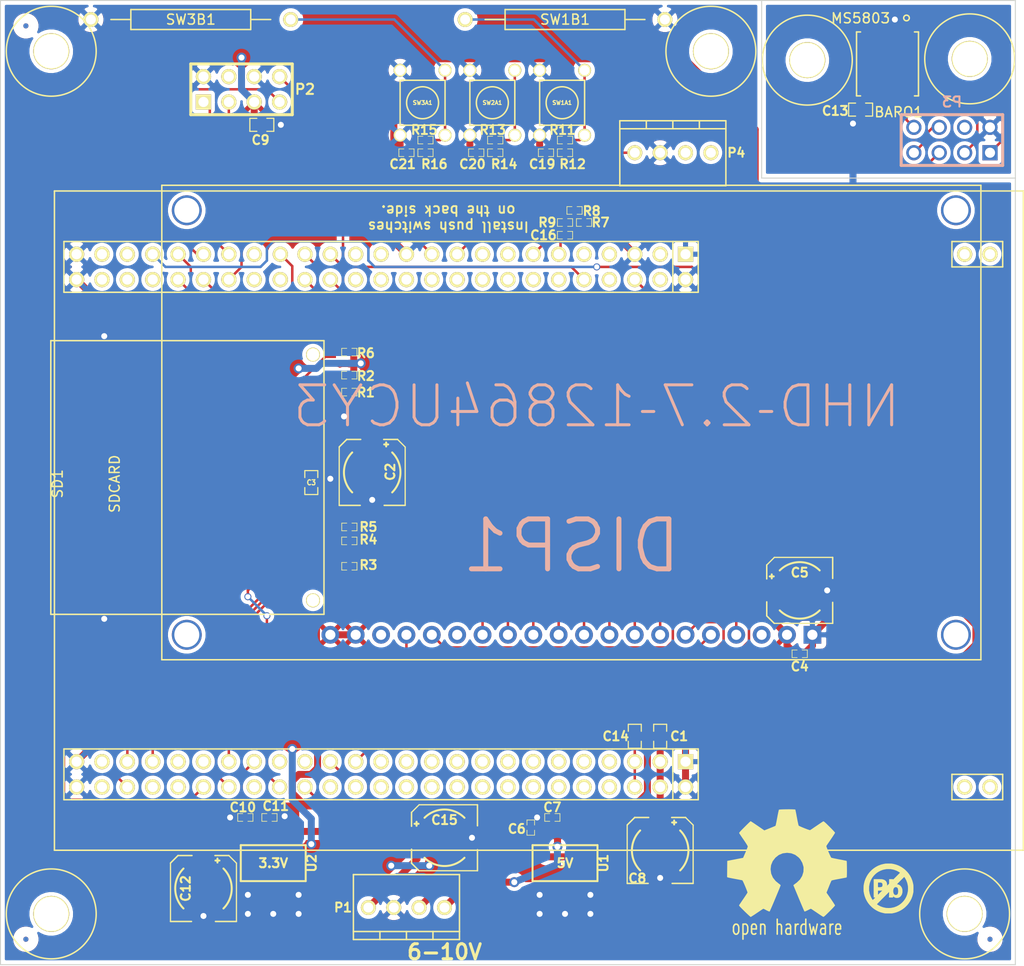
<source format=kicad_pcb>
(kicad_pcb (version 20171130) (host pcbnew "(5.1.12)-1")
  (title_block (title "Diving Computer Prototype") (company "MC JBF"))
  (layers (0 F.Cu jumper) (31 B.Cu signal) (35 F.Paste user) (37 F.SilkS user) (38 B.Mask user) (39 F.Mask user) (44 Edge.Cuts user))
  (net 0 "")
  (net 1 +3.3V)
  (net 2 +5V)
  (net 3 +BATT)
  (net 4 DEPTH_CS)
  (net 5 FSMC_A16)
  (net 6 FSMC_D08)
  (net 7 FSMC_D09)
  (net 8 FSMC_D10)
  (net 9 FSMC_D11)
  (net 10 FSMC_D12)
  (net 11 FSMC_D13)
  (net 12 FSMC_D14)
  (net 13 FSMC_D15)
  (net 14 FSMC_NE1)
  (net 15 FSMC_NOE)
  (net 16 FSMC_NWE)
  (net 17 GND)
  (net 18 N-0000024)
  (net 19 N-0000026)
  (net 20 N-0000028)
  (net 21 N-0000034)
  (net 22 N-0000038)
  (net 23 N-0000040)
  (net 24 N-0000041)
  (net 25 N-0000042)
  (net 26 N-0000043)
  (net 27 N-0000044)
  (net 28 N-0000045)
  (net 29 RESET)
  (net 30 SDIO_CK)
  (net 31 SDIO_CMD)
  (net 32 SDIO_D0)
  (net 33 SDIO_D1)
  (net 34 SDIO_D2)
  (net 35 SDIO_D3)
  (net 36 SD_CD)
  (net 37 SD_WP)
  (net 38 SPI2_MISO)
  (net 39 SPI2_MOSI)
  (net 40 SPI2_SCK)
  (net 41 STM_3V)
  (net 42 SW1)
  (net 43 SW2)
  (net 44 SW3)
  (net 45 WATER)
  (module SM0603_Capa (layer F.Cu) (at 61.595 91.44 270)
    (fp_text reference C3 (at 0 0) (layer F.SilkS) (effects (font (size 0.508 0.4572) (thickness 0.1143))))
    (fp_text value 10uF hide)
    (pad 1 smd rect (at -0.762 0 270) (size 0.635 1.143) (layers F.Cu F.Paste F.Mask) (net 1 +3.3V))
    (pad 2 smd rect (at 0.762 0 270) (size 0.635 1.143) (layers F.Cu F.Paste F.Mask) (net 17 GND))
  )
  (module pin_array_4x2 (layer F.Cu) (at 54.61 52.07)
    (fp_text reference P2 (at 6.35 0) (layer F.SilkS) (effects (font (size 1.016 1.016) (thickness 0.2032))))
    (fp_text value CONN_4X2 hide)
    (pad 1 thru_hole rect (at -3.81 1.27) (size 1.524 1.524) (drill 1.016) (layers *.Cu *.Mask F.SilkS) (net 40 SPI2_SCK))
    (pad 2 thru_hole circle (at -3.81 -1.27) (size 1.524 1.524) (drill 1.016) (layers *.Cu *.Mask F.SilkS) (net 17 GND))
    (pad 3 thru_hole circle (at -1.27 1.27) (size 1.524 1.524) (drill 1.016) (layers *.Cu *.Mask F.SilkS) (net 4 DEPTH_CS))
    (pad 4 thru_hole circle (at -1.27 -1.27) (size 1.524 1.524) (drill 1.016) (layers *.Cu *.Mask F.SilkS))
    (pad 5 thru_hole circle (at 1.27 1.27) (size 1.524 1.524) (drill 1.016) (layers *.Cu *.Mask F.SilkS) (net 1 +3.3V))
    (pad 6 thru_hole circle (at 1.27 -1.27) (size 1.524 1.524) (drill 1.016) (layers *.Cu *.Mask F.SilkS) (net 17 GND))
    (pad 7 thru_hole circle (at 3.81 1.27) (size 1.524 1.524) (drill 1.016) (layers *.Cu *.Mask F.SilkS) (net 39 SPI2_MOSI))
    (pad 8 thru_hole circle (at 3.81 -1.27) (size 1.524 1.524) (drill 1.016) (layers *.Cu *.Mask F.SilkS) (net 38 SPI2_MISO))
  )
  (module M3_MOUNT (layer F.Cu) (at 127 134.62)
    (fp_text reference M3_MOUNT hide)
    (fp_text value VAL** hide)
    (pad "" np_thru_hole circle (at 0 0) (size 3.6 3.6) (drill 3.4) (layers *.Cu *.Mask F.SilkS))
  )
  (module M3_MOUNT (layer F.Cu) (at 35.56 48.26)
    (fp_text reference M3_MOUNT hide)
    (fp_text value VAL** hide)
    (pad "" np_thru_hole circle (at 0 0) (size 3.6 3.6) (drill 3.4) (layers *.Cu *.Mask F.SilkS))
  )
  (module pin_array_4x2 (layer B.Cu) (at 125.73 57.15 180)
    (fp_text reference P3 (at 0 3.81 180) (layer B.SilkS) (effects (font (size 1.016 1.016) (thickness 0.2032)) (justify mirror)))
    (fp_text value CONN_4X2 hide)
    (pad 1 thru_hole rect (at -3.81 -1.27 180) (size 1.524 1.524) (drill 1.016) (layers *.Cu *.Mask) (net 27 N-0000044))
    (pad 2 thru_hole circle (at -3.81 1.27 180) (size 1.524 1.524) (drill 1.016) (layers *.Cu *.Mask) (net 17 GND))
    (pad 3 thru_hole circle (at -1.27 -1.27 180) (size 1.524 1.524) (drill 1.016) (layers *.Cu *.Mask) (net 28 N-0000045))
    (pad 4 thru_hole circle (at -1.27 1.27 180) (size 1.524 1.524) (drill 1.016) (layers *.Cu *.Mask))
    (pad 5 thru_hole circle (at 1.27 -1.27 180) (size 1.524 1.524) (drill 1.016) (layers *.Cu *.Mask) (net 26 N-0000043))
    (pad 6 thru_hole circle (at 1.27 1.27 180) (size 1.524 1.524) (drill 1.016) (layers *.Cu *.Mask) (net 25 N-0000042))
    (pad 7 thru_hole circle (at 3.81 -1.27 180) (size 1.524 1.524) (drill 1.016) (layers *.Cu *.Mask) (net 24 N-0000041))
    (pad 8 thru_hole circle (at 3.81 1.27 180) (size 1.524 1.524) (drill 1.016) (layers *.Cu *.Mask) (net 23 N-0000040))
  )
  (module M3_MOUNT (layer F.Cu) (at 111.252 49.149)
    (fp_text reference M3_MOUNT hide)
    (fp_text value VAL** hide)
    (pad "" np_thru_hole circle (at 0 0) (size 3.6 3.6) (drill 3.4) (layers *.Cu *.Mask F.SilkS))
  )
  (module M3_MOUNT (layer F.Cu) (at 127.508 49.022)
    (fp_text reference M3_MOUNT hide)
    (fp_text value VAL** hide)
    (pad "" np_thru_hole circle (at 0 0) (size 3.6 3.6) (drill 3.4) (layers *.Cu *.Mask F.SilkS))
  )
  (module M3_MOUNT (layer F.Cu) (at 101.6 48.26)
    (fp_text reference M3_MOUNT hide)
    (fp_text value VAL** hide)
    (pad "" np_thru_hole circle (at 0 0) (size 3.6 3.6) (drill 3.4) (layers *.Cu *.Mask F.SilkS))
  )
  (module FIDUCIAL (layer F.Cu) (at 129.54 137.16)
    (fp_text reference FID2 hide)
    (fp_text value VAL** hide)
    (pad "" smd circle (at 0 0) (size 0.508 0.508) (layers B.Cu F.Mask) (clearance 1.016))
    (pad "" smd circle (at 0 0) (size 0.508 0.508) (layers F.Cu F.Mask) (clearance 1.016))
  )
  (module FIDUCIAL (layer F.Cu) (at 33.02 45.72)
    (fp_text reference FID3 hide)
    (fp_text value VAL** hide)
    (pad "" smd circle (at 0 0) (size 0.508 0.508) (layers B.Cu F.Mask) (clearance 1.016))
    (pad "" smd circle (at 0 0) (size 0.508 0.508) (layers F.Cu F.Mask) (clearance 1.016))
  )
  (module FIDUCIAL (layer F.Cu) (at 33.02 137.16)
    (fp_text reference FID1 hide)
    (fp_text value FID** hide)
    (pad "" smd circle (at 0 0) (size 0.508 0.508) (layers B.Cu F.Mask) (clearance 1.016))
    (pad "" smd circle (at 0 0) (size 0.508 0.508) (layers F.Cu F.Mask) (clearance 1.016))
  )
  (module M3_MOUNT (layer F.Cu) (at 35.56 134.62)
    (fp_text reference M3_MOUNT hide)
    (fp_text value VAL** hide)
    (pad "" np_thru_hole circle (at 0 0) (size 3.6 3.6) (drill 3.4) (layers *.Cu *.Mask F.SilkS))
  )
  (module MS5803 (layer F.Cu) (at 119.38 49.53 270)
    (fp_text reference BARO1 (at 4.826 -1.016) (layer F.SilkS))
    (fp_text value MS5803 (at -4.572 2.794) (layer F.SilkS))
    (pad 4 smd rect (at -2.7 2 90) (size 2.25 0.9) (layers F.Cu F.Paste F.Mask))
    (pad 3 smd rect (at -2.425 0.75 90) (size 2.8 0.9) (layers F.Cu F.Paste F.Mask) (net 28 N-0000045))
    (pad 2 smd rect (at -2.7 -0.55 90) (size 2.25 0.9) (layers F.Cu F.Paste F.Mask) (net 17 GND))
    (pad 1 smd rect (at -2.7 -1.8 90) (size 2.25 0.9) (layers F.Cu F.Paste F.Mask) (net 27 N-0000044))
    (pad 8 smd rect (at 2.65 -1.8 90) (size 2.25 0.9) (layers F.Cu F.Paste F.Mask) (net 23 N-0000040))
    (pad 7 smd rect (at 2.65 -0.55 90) (size 2.25 0.9) (layers F.Cu F.Paste F.Mask) (net 24 N-0000041))
    (pad 6 smd rect (at 2.65 0.75 90) (size 2.25 0.9) (layers F.Cu F.Paste F.Mask) (net 25 N-0000042))
    (pad 5 smd rect (at 2.65 2 90) (size 2.25 0.9) (layers F.Cu F.Paste F.Mask) (net 26 N-0000043))
  )
  (module 101-00405-75-ND (layer F.Cu) (at 63.5 99.822 270)
    (fp_text reference SD1 (at -8.255 27.305 270) (layer F.SilkS))
    (fp_text value SDCARD (at -8.255 21.59 270) (layer F.SilkS))
    (pad 12 smd rect (at -21.445 0.035 270) (size 1.2 1.2) (layers F.Cu F.Paste F.Mask) (net 37 SD_WP))
    (pad 8 smd rect (at -19.14 0.035 270) (size 0.7 1.2) (layers F.Cu F.Paste F.Mask) (net 33 SDIO_D1))
    (pad 7 smd rect (at -17.44 0.035 270) (size 0.7 1.2) (layers F.Cu F.Paste F.Mask) (net 32 SDIO_D0))
    (pad 6 smd rect (at -15.015 0.035 270) (size 0.7 1.2) (layers F.Cu F.Paste F.Mask) (net 17 GND))
    (pad 5 smd rect (at -12.515 0.035 270) (size 0.7 1.2) (layers F.Cu F.Paste F.Mask) (net 30 SDIO_CK))
    (pad 4 smd rect (at -10.015 0.035 270) (size 0.7 1.2) (layers F.Cu F.Paste F.Mask) (net 1 +3.3V))
    (pad 3 smd rect (at -7.515 0.035 270) (size 0.7 1.2) (layers F.Cu F.Paste F.Mask) (net 17 GND))
    (pad 11 smd rect (at -3.89 0.035 270) (size 0.95 1.2) (layers F.Cu F.Paste F.Mask) (net 36 SD_CD))
    (pad 2 smd rect (at -5.015 0.035 270) (size 0.7 1.2) (layers F.Cu F.Paste F.Mask) (net 31 SDIO_CMD))
    (pad 1 smd rect (at -2.515 0.035 270) (size 0.7 1.2) (layers F.Cu F.Paste F.Mask) (net 35 SDIO_D3))
    (pad 10 smd rect (at 5.26 22.635 270) (size 2.3 3) (layers F.Cu F.Paste F.Mask) (net 17 GND))
    (pad "" np_thru_hole circle (at 3.41 1.735 270) (size 1.4 1.4) (drill 1.2) (layers *.Cu *.Mask F.SilkS))
    (pad "" np_thru_hole circle (at -21.19 1.735 270) (size 1.4 1.4) (drill 1.2) (layers *.Cu *.Mask F.SilkS))
    (pad 10 smd rect (at -23.04 22.635 270) (size 2.3 3) (layers F.Cu F.Paste F.Mask) (net 17 GND))
    (pad 9 smd rect (at -0.015 0.035 270) (size 0.7 1.2) (layers F.Cu F.Paste F.Mask) (net 34 SDIO_D2))
  )
  (module P8008S-ND (layer F.Cu) (at 77.47 50.165)
    (fp_text reference SW2A1 (at 2.25 3.25) (layer F.SilkS) (effects (font (size 0.4 0.4) (thickness 0.1))))
    (fp_text value SW_PUSH hide)
    (pad 2 thru_hole circle (at 4.5 0) (size 1.3 1.3) (drill 1) (layers *.Cu *.Mask F.SilkS) (net 21 N-0000034))
    (pad 2 thru_hole circle (at 4.5 6.5) (size 1.3 1.3) (drill 1) (layers *.Cu *.Mask F.SilkS) (net 21 N-0000034))
    (pad 1 thru_hole circle (at 0 6.5) (size 1.3 1.3) (drill 1) (layers *.Cu *.Mask F.SilkS) (net 17 GND))
    (pad 1 thru_hole circle (at 0 0) (size 1.3 1.3) (drill 1) (layers *.Cu *.Mask F.SilkS) (net 17 GND))
  )
  (module REED (layer F.Cu) (at 86.995 45.085 180)
    (fp_text reference SW1B1 (at 0 0 180) (layer F.SilkS))
    (fp_text value SW_PUSH hide)
    (pad 2 thru_hole circle (at 10 0 180) (size 1.5 1.5) (drill 1) (layers *.Cu *.Mask F.SilkS) (net 18 N-0000024))
    (pad 1 thru_hole circle (at -10 0 180) (size 1.5 1.5) (drill 1) (layers *.Cu *.Mask F.SilkS) (net 17 GND))
  )
  (module REED (layer F.Cu) (at 49.53 45.085)
    (fp_text reference SW3B1 (at 0 0) (layer F.SilkS))
    (fp_text value SW_PUSH hide)
    (pad 2 thru_hole circle (at 10 0) (size 1.5 1.5) (drill 1) (layers *.Cu *.Mask F.SilkS) (net 22 N-0000038))
    (pad 1 thru_hole circle (at -10 0) (size 1.5 1.5) (drill 1) (layers *.Cu *.Mask F.SilkS) (net 17 GND))
  )
  (module ED10563-ND (layer F.Cu) (at 101.6 58.42 180)
    (fp_text reference P4 (at -2.54 0 180) (layer F.SilkS) (effects (font (size 0.9 0.9) (thickness 0.2))))
    (fp_text value CONN_4 hide)
    (pad 1 thru_hole circle (at 0 0 180) (size 1.5 1.5) (drill 1) (layers *.Cu *.Mask F.SilkS))
    (pad 2 thru_hole circle (at 2.54 0 180) (size 1.5 1.5) (drill 1) (layers *.Cu *.Mask F.SilkS))
    (pad 3 thru_hole circle (at 5.08 0 180) (size 1.5 1.5) (drill 1) (layers *.Cu *.Mask F.SilkS) (net 17 GND))
    (pad 4 thru_hole circle (at 7.62 0 180) (size 1.5 1.5) (drill 1) (layers *.Cu *.Mask F.SilkS) (net 45 WATER))
  )
  (module ED10563-ND (layer F.Cu) (at 67.31 133.985)
    (fp_text reference P1 (at -2.54 0) (layer F.SilkS) (effects (font (size 0.9 0.9) (thickness 0.2))))
    (fp_text value CONN_4 hide)
    (pad 1 thru_hole circle (at 0 0) (size 1.5 1.5) (drill 1) (layers *.Cu *.Mask F.SilkS) (net 3 +BATT))
    (pad 2 thru_hole circle (at 2.54 0) (size 1.5 1.5) (drill 1) (layers *.Cu *.Mask F.SilkS) (net 17 GND))
    (pad 3 thru_hole circle (at 5.08 0) (size 1.5 1.5) (drill 1) (layers *.Cu *.Mask F.SilkS) (net 1 +3.3V))
    (pad 4 thru_hole circle (at 7.62 0) (size 1.5 1.5) (drill 1) (layers *.Cu *.Mask F.SilkS) (net 2 +5V))
  )
  (module SM0402 (layer F.Cu) (at 65.405 95.885)
    (fp_text reference R5 (at 1.905 0) (layer F.SilkS) (effects (font (size 0.9 0.9) (thickness 0.2))))
    (fp_text value 100k hide)
    (pad 1 smd rect (at -0.44958 0) (size 0.39878 0.59944) (layers F.Cu F.Paste F.Mask) (net 36 SD_CD))
    (pad 2 smd rect (at 0.44958 0) (size 0.39878 0.59944) (layers F.Cu F.Paste F.Mask) (net 1 +3.3V))
  )
  (module SM0402 (layer F.Cu) (at 65.4 97.282 180)
    (fp_text reference R4 (at -1.91 0.127 180) (layer F.SilkS) (effects (font (size 0.9 0.9) (thickness 0.2))))
    (fp_text value 100k hide)
    (pad 1 smd rect (at -0.44958 0 180) (size 0.39878 0.59944) (layers F.Cu F.Paste F.Mask) (net 1 +3.3V))
    (pad 2 smd rect (at 0.44958 0 180) (size 0.39878 0.59944) (layers F.Cu F.Paste F.Mask) (net 35 SDIO_D3))
  )
  (module SM0402 (layer F.Cu) (at 65.405 99.822 180)
    (fp_text reference R3 (at -1.905 0.127 180) (layer F.SilkS) (effects (font (size 0.9 0.9) (thickness 0.2))))
    (fp_text value 100k hide)
    (pad 1 smd rect (at -0.44958 0 180) (size 0.39878 0.59944) (layers F.Cu F.Paste F.Mask) (net 1 +3.3V))
    (pad 2 smd rect (at 0.44958 0 180) (size 0.39878 0.59944) (layers F.Cu F.Paste F.Mask) (net 34 SDIO_D2))
  )
  (module SM0402_c (layer F.Cu) (at 110.49 108.585)
    (fp_text reference C4 (at 0 1.27) (layer F.SilkS) (effects (font (size 0.9 0.9) (thickness 0.2))))
    (fp_text value 1uF hide)
    (pad 1 smd rect (at -0.44958 0) (size 0.39878 0.59944) (layers F.Cu F.Paste F.Mask) (net 1 +3.3V))
    (pad 2 smd rect (at 0.44958 0) (size 0.39878 0.59944) (layers F.Cu F.Paste F.Mask) (net 17 GND))
  )
  (module SM0402_c (layer F.Cu) (at 54.991 124.968 180)
    (fp_text reference C10 (at 0.254 1.016 180) (layer F.SilkS) (effects (font (size 0.9 0.9) (thickness 0.2))))
    (fp_text value 1uF hide)
    (pad 1 smd rect (at -0.44958 0 180) (size 0.39878 0.59944) (layers F.Cu F.Paste F.Mask) (net 3 +BATT))
    (pad 2 smd rect (at 0.44958 0 180) (size 0.39878 0.59944) (layers F.Cu F.Paste F.Mask) (net 17 GND))
  )
  (module SM0402 (layer F.Cu) (at 65.4 82.382 180)
    (fp_text reference R1 (at -1.656 -0.041 180) (layer F.SilkS) (effects (font (size 0.9 0.9) (thickness 0.2))))
    (fp_text value 100k hide)
    (pad 1 smd rect (at -0.44958 0 180) (size 0.39878 0.59944) (layers F.Cu F.Paste F.Mask) (net 1 +3.3V))
    (pad 2 smd rect (at 0.44958 0 180) (size 0.39878 0.59944) (layers F.Cu F.Paste F.Mask) (net 32 SDIO_D0))
  )
  (module SM0402 (layer F.Cu) (at 65.4 80.682 180)
    (fp_text reference R2 (at -1.656 -0.09 180) (layer F.SilkS) (effects (font (size 0.9 0.9) (thickness 0.2))))
    (fp_text value 100k hide)
    (pad 1 smd rect (at -0.44958 0 180) (size 0.39878 0.59944) (layers F.Cu F.Paste F.Mask) (net 1 +3.3V))
    (pad 2 smd rect (at 0.44958 0 180) (size 0.39878 0.59944) (layers F.Cu F.Paste F.Mask) (net 33 SDIO_D1))
  )
  (module stm32f4_discovery_header (layer F.Cu) (at 38.1 121.92)
    (fp_text reference J1 hide)
    (fp_text value STM32F4_DISCOVERY_HEADER hide)
    (pad 103 thru_hole circle (at 91.44 0) (size 1.524 1.524) (drill 1.016) (layers *.Cu *.Mask F.SilkS))
    (pad 104 thru_hole circle (at 88.9 0) (size 1.524 1.524) (drill 1.016) (layers *.Cu *.Mask F.SilkS))
    (pad 51 thru_hole circle (at 0 -2.54) (size 1.524 1.524) (drill 1.016) (layers *.Cu *.Mask F.SilkS) (net 17 GND))
    (pad 53 thru_hole circle (at 2.54 -2.54) (size 1.524 1.524) (drill 1.016) (layers *.Cu *.Mask F.SilkS))
    (pad 55 thru_hole circle (at 5.08 -2.54) (size 1.524 1.524) (drill 1.016) (layers *.Cu *.Mask F.SilkS) (net 32 SDIO_D0))
    (pad 57 thru_hole circle (at 7.62 -2.54) (size 1.524 1.524) (drill 1.016) (layers *.Cu *.Mask F.SilkS) (net 36 SD_CD))
    (pad 59 thru_hole circle (at 10.16 -2.54) (size 1.524 1.524) (drill 1.016) (layers *.Cu *.Mask F.SilkS))
    (pad 61 thru_hole circle (at 12.7 -2.54) (size 1.524 1.524) (drill 1.016) (layers *.Cu *.Mask F.SilkS))
    (pad 63 thru_hole circle (at 15.24 -2.54) (size 1.524 1.524) (drill 1.016) (layers *.Cu *.Mask F.SilkS) (net 34 SDIO_D2))
    (pad 65 thru_hole circle (at 17.78 -2.54) (size 1.524 1.524) (drill 1.016) (layers *.Cu *.Mask F.SilkS) (net 30 SDIO_CK))
    (pad 67 thru_hole circle (at 20.32 -2.54) (size 1.524 1.524) (drill 1.016) (layers *.Cu *.Mask F.SilkS))
    (pad 69 thru_hole circle (at 22.86 -2.54) (size 1.524 1.524) (drill 1.016) (layers *.Cu *.Mask F.SilkS))
    (pad 71 thru_hole circle (at 25.4 -2.54) (size 1.524 1.524) (drill 1.016) (layers *.Cu *.Mask F.SilkS) (net 16 FSMC_NWE))
    (pad 73 thru_hole circle (at 27.94 -2.54) (size 1.524 1.524) (drill 1.016) (layers *.Cu *.Mask F.SilkS) (net 14 FSMC_NE1))
    (pad 75 thru_hole circle (at 30.48 -2.54) (size 1.524 1.524) (drill 1.016) (layers *.Cu *.Mask F.SilkS))
    (pad 77 thru_hole circle (at 33.02 -2.54) (size 1.524 1.524) (drill 1.016) (layers *.Cu *.Mask F.SilkS))
    (pad 79 thru_hole circle (at 35.56 -2.54) (size 1.524 1.524) (drill 1.016) (layers *.Cu *.Mask F.SilkS))
    (pad 81 thru_hole circle (at 38.1 -2.54) (size 1.524 1.524) (drill 1.016) (layers *.Cu *.Mask F.SilkS))
    (pad 83 thru_hole circle (at 40.64 -2.54) (size 1.524 1.524) (drill 1.016) (layers *.Cu *.Mask F.SilkS))
    (pad 85 thru_hole circle (at 43.18 -2.54) (size 1.524 1.524) (drill 1.016) (layers *.Cu *.Mask F.SilkS))
    (pad 87 thru_hole circle (at 45.72 -2.54) (size 1.524 1.524) (drill 1.016) (layers *.Cu *.Mask F.SilkS))
    (pad 89 thru_hole circle (at 48.26 -2.54) (size 1.524 1.524) (drill 1.016) (layers *.Cu *.Mask F.SilkS))
    (pad 91 thru_hole circle (at 50.8 -2.54) (size 1.524 1.524) (drill 1.016) (layers *.Cu *.Mask F.SilkS))
    (pad 93 thru_hole circle (at 53.34 -2.54) (size 1.524 1.524) (drill 1.016) (layers *.Cu *.Mask F.SilkS))
    (pad 95 thru_hole circle (at 55.88 -2.54) (size 1.524 1.524) (drill 1.016) (layers *.Cu *.Mask F.SilkS) (net 41 STM_3V))
    (pad 97 thru_hole circle (at 58.42 -2.54) (size 1.524 1.524) (drill 1.016) (layers *.Cu *.Mask F.SilkS) (net 2 +5V))
    (pad 99 thru_hole rect (at 60.96 -2.54) (size 1.524 1.524) (drill 1.016) (layers *.Cu *.Mask F.SilkS) (net 17 GND))
    (pad 100 thru_hole circle (at 60.96 0) (size 1.524 1.524) (drill 1.016) (layers *.Cu *.Mask F.SilkS) (net 17 GND))
    (pad 98 thru_hole circle (at 58.42 0) (size 1.524 1.524) (drill 1.016) (layers *.Cu *.Mask F.SilkS) (net 2 +5V))
    (pad 96 thru_hole circle (at 55.88 0) (size 1.524 1.524) (drill 1.016) (layers *.Cu *.Mask F.SilkS) (net 41 STM_3V))
    (pad 94 thru_hole circle (at 53.34 0) (size 1.524 1.524) (drill 1.016) (layers *.Cu *.Mask F.SilkS))
    (pad 92 thru_hole circle (at 50.8 0) (size 1.524 1.524) (drill 1.016) (layers *.Cu *.Mask F.SilkS))
    (pad 90 thru_hole circle (at 48.26 0) (size 1.524 1.524) (drill 1.016) (layers *.Cu *.Mask F.SilkS))
    (pad 88 thru_hole circle (at 45.72 0) (size 1.524 1.524) (drill 1.016) (layers *.Cu *.Mask F.SilkS))
    (pad 86 thru_hole circle (at 43.18 0) (size 1.524 1.524) (drill 1.016) (layers *.Cu *.Mask F.SilkS))
    (pad 84 thru_hole circle (at 40.64 0) (size 1.524 1.524) (drill 1.016) (layers *.Cu *.Mask F.SilkS))
    (pad 82 thru_hole circle (at 38.1 0) (size 1.524 1.524) (drill 1.016) (layers *.Cu *.Mask F.SilkS))
    (pad 80 thru_hole circle (at 35.56 0) (size 1.524 1.524) (drill 1.016) (layers *.Cu *.Mask F.SilkS))
    (pad 78 thru_hole circle (at 33.02 0) (size 1.524 1.524) (drill 1.016) (layers *.Cu *.Mask F.SilkS))
    (pad 76 thru_hole circle (at 30.48 0) (size 1.524 1.524) (drill 1.016) (layers *.Cu *.Mask F.SilkS))
    (pad 74 thru_hole circle (at 27.94 0) (size 1.524 1.524) (drill 1.016) (layers *.Cu *.Mask F.SilkS))
    (pad 72 thru_hole circle (at 25.4 0) (size 1.524 1.524) (drill 1.016) (layers *.Cu *.Mask F.SilkS))
    (pad 70 thru_hole circle (at 22.86 0) (size 1.524 1.524) (drill 1.016) (layers *.Cu *.Mask F.SilkS) (net 15 FSMC_NOE))
    (pad 68 thru_hole circle (at 20.32 0) (size 1.524 1.524) (drill 1.016) (layers *.Cu *.Mask F.SilkS) (net 31 SDIO_CMD))
    (pad 66 thru_hole circle (at 17.78 0) (size 1.524 1.524) (drill 1.016) (layers *.Cu *.Mask F.SilkS))
    (pad 64 thru_hole circle (at 15.24 0) (size 1.524 1.524) (drill 1.016) (layers *.Cu *.Mask F.SilkS) (net 35 SDIO_D3))
    (pad 62 thru_hole circle (at 12.7 0) (size 1.524 1.524) (drill 1.016) (layers *.Cu *.Mask F.SilkS) (net 37 SD_WP))
    (pad 60 thru_hole circle (at 10.16 0) (size 1.524 1.524) (drill 1.016) (layers *.Cu *.Mask F.SilkS))
    (pad 58 thru_hole circle (at 7.62 0) (size 1.524 1.524) (drill 1.016) (layers *.Cu *.Mask F.SilkS))
    (pad 56 thru_hole circle (at 5.08 0) (size 1.524 1.524) (drill 1.016) (layers *.Cu *.Mask F.SilkS) (net 33 SDIO_D1))
    (pad 54 thru_hole circle (at 2.54 0) (size 1.524 1.524) (drill 1.016) (layers *.Cu *.Mask F.SilkS))
    (pad 52 thru_hole circle (at 0 0) (size 1.524 1.524) (drill 1.016) (layers *.Cu *.Mask F.SilkS) (net 17 GND))
    (pad 50 thru_hole circle (at 0 -50.8) (size 1.524 1.524) (drill 1.016) (layers *.Cu *.Mask F.SilkS) (net 17 GND))
    (pad 48 thru_hole circle (at 2.54 -50.8) (size 1.524 1.524) (drill 1.016) (layers *.Cu *.Mask F.SilkS))
    (pad 46 thru_hole circle (at 5.08 -50.8) (size 1.524 1.524) (drill 1.016) (layers *.Cu *.Mask F.SilkS))
    (pad 44 thru_hole circle (at 7.62 -50.8) (size 1.524 1.524) (drill 1.016) (layers *.Cu *.Mask F.SilkS))
    (pad 42 thru_hole circle (at 10.16 -50.8) (size 1.524 1.524) (drill 1.016) (layers *.Cu *.Mask F.SilkS) (net 13 FSMC_D15))
    (pad 40 thru_hole circle (at 12.7 -50.8) (size 1.524 1.524) (drill 1.016) (layers *.Cu *.Mask F.SilkS) (net 11 FSMC_D13))
    (pad 38 thru_hole circle (at 15.24 -50.8) (size 1.524 1.524) (drill 1.016) (layers *.Cu *.Mask F.SilkS) (net 4 DEPTH_CS))
    (pad 36 thru_hole circle (at 17.78 -50.8) (size 1.524 1.524) (drill 1.016) (layers *.Cu *.Mask F.SilkS))
    (pad 34 thru_hole circle (at 20.395 -50.8) (size 1.524 1.524) (drill 1.016) (layers *.Cu *.Mask F.SilkS))
    (pad 32 thru_hole circle (at 22.86 -50.8) (size 1.524 1.524) (drill 1.016) (layers *.Cu *.Mask F.SilkS) (net 9 FSMC_D11))
    (pad 30 thru_hole circle (at 25.4 -50.8) (size 1.524 1.524) (drill 1.016) (layers *.Cu *.Mask F.SilkS) (net 7 FSMC_D09))
    (pad 28 thru_hole circle (at 27.94 -50.8) (size 1.524 1.524) (drill 1.016) (layers *.Cu *.Mask F.SilkS))
    (pad 26 thru_hole circle (at 30.48 -50.8) (size 1.524 1.524) (drill 1.016) (layers *.Cu *.Mask F.SilkS))
    (pad 24 thru_hole circle (at 33.02 -50.8) (size 1.524 1.524) (drill 1.016) (layers *.Cu *.Mask F.SilkS))
    (pad 22 thru_hole circle (at 35.56 -50.8) (size 1.524 1.524) (drill 1.016) (layers *.Cu *.Mask F.SilkS))
    (pad 20 thru_hole circle (at 38.1 -50.8) (size 1.524 1.524) (drill 1.016) (layers *.Cu *.Mask F.SilkS))
    (pad 18 thru_hole circle (at 40.64 -50.8) (size 1.524 1.524) (drill 1.016) (layers *.Cu *.Mask F.SilkS))
    (pad 16 thru_hole circle (at 43.18 -50.8) (size 1.524 1.524) (drill 1.016) (layers *.Cu *.Mask F.SilkS))
    (pad 14 thru_hole circle (at 45.72 -50.8) (size 1.524 1.524) (drill 1.016) (layers *.Cu *.Mask F.SilkS))
    (pad 12 thru_hole circle (at 48.26 -50.8) (size 1.524 1.524) (drill 1.016) (layers *.Cu *.Mask F.SilkS))
    (pad 10 thru_hole circle (at 50.8 -50.8) (size 1.524 1.524) (drill 1.016) (layers *.Cu *.Mask F.SilkS) (net 38 SPI2_MISO))
    (pad 8 thru_hole circle (at 53.34 -50.8) (size 1.524 1.524) (drill 1.016) (layers *.Cu *.Mask F.SilkS))
    (pad 6 thru_hole circle (at 55.88 -50.8) (size 1.524 1.524) (drill 1.016) (layers *.Cu *.Mask F.SilkS) (net 29 RESET))
    (pad 4 thru_hole circle (at 58.42 -50.8) (size 1.524 1.524) (drill 1.016) (layers *.Cu *.Mask F.SilkS))
    (pad 2 thru_hole circle (at 60.96 -50.8) (size 1.524 1.524) (drill 1.016) (layers *.Cu *.Mask F.SilkS) (net 17 GND))
    (pad 1 thru_hole rect (at 60.96 -53.34) (size 1.524 1.524) (drill 1.016) (layers *.Cu *.Mask F.SilkS) (net 17 GND))
    (pad 3 thru_hole circle (at 58.42 -53.34) (size 1.524 1.524) (drill 1.016) (layers *.Cu *.Mask F.SilkS))
    (pad 5 thru_hole circle (at 55.88 -53.34) (size 1.524 1.524) (drill 1.016) (layers *.Cu *.Mask F.SilkS) (net 17 GND))
    (pad 7 thru_hole circle (at 53.34 -53.34) (size 1.524 1.524) (drill 1.016) (layers *.Cu *.Mask F.SilkS))
    (pad 9 thru_hole circle (at 50.8 -53.34) (size 1.524 1.524) (drill 1.016) (layers *.Cu *.Mask F.SilkS))
    (pad 11 thru_hole circle (at 48.26 -53.34) (size 1.524 1.524) (drill 1.016) (layers *.Cu *.Mask F.SilkS) (net 45 WATER))
    (pad 13 thru_hole circle (at 45.72 -53.34) (size 1.524 1.524) (drill 1.016) (layers *.Cu *.Mask F.SilkS) (net 42 SW1))
    (pad 15 thru_hole circle (at 43.18 -53.34) (size 1.524 1.524) (drill 1.016) (layers *.Cu *.Mask F.SilkS))
    (pad 17 thru_hole circle (at 40.64 -53.34) (size 1.524 1.524) (drill 1.016) (layers *.Cu *.Mask F.SilkS))
    (pad 19 thru_hole circle (at 38.1 -53.34) (size 1.524 1.524) (drill 1.016) (layers *.Cu *.Mask F.SilkS) (net 43 SW2))
    (pad 21 thru_hole circle (at 35.56 -53.34) (size 1.524 1.524) (drill 1.016) (layers *.Cu *.Mask F.SilkS) (net 44 SW3))
    (pad 23 thru_hole circle (at 33.02 -53.34) (size 1.524 1.524) (drill 1.016) (layers *.Cu *.Mask F.SilkS) (net 17 GND))
    (pad 25 thru_hole circle (at 30.48 -53.34) (size 1.524 1.524) (drill 1.016) (layers *.Cu *.Mask F.SilkS))
    (pad 27 thru_hole circle (at 27.94 -53.34) (size 1.524 1.524) (drill 1.016) (layers *.Cu *.Mask F.SilkS))
    (pad 29 thru_hole circle (at 25.4 -53.34) (size 1.524 1.524) (drill 1.016) (layers *.Cu *.Mask F.SilkS) (net 6 FSMC_D08))
    (pad 31 thru_hole circle (at 22.86 -53.34) (size 1.524 1.524) (drill 1.016) (layers *.Cu *.Mask F.SilkS) (net 8 FSMC_D10))
    (pad 33 thru_hole circle (at 20.395 -53.34) (size 1.524 1.524) (drill 1.016) (layers *.Cu *.Mask F.SilkS) (net 10 FSMC_D12))
    (pad 35 thru_hole circle (at 17.78 -53.34) (size 1.524 1.524) (drill 1.016) (layers *.Cu *.Mask F.SilkS))
    (pad 37 thru_hole circle (at 15.24 -53.34) (size 1.524 1.524) (drill 1.016) (layers *.Cu *.Mask F.SilkS) (net 40 SPI2_SCK))
    (pad 39 thru_hole circle (at 12.7 -53.34) (size 1.524 1.524) (drill 1.016) (layers *.Cu *.Mask F.SilkS) (net 39 SPI2_MOSI))
    (pad 41 thru_hole circle (at 10.16 -53.34) (size 1.524 1.524) (drill 1.016) (layers *.Cu *.Mask F.SilkS) (net 12 FSMC_D14))
    (pad 43 thru_hole circle (at 7.62 -53.34) (size 1.524 1.524) (drill 1.016) (layers *.Cu *.Mask F.SilkS) (net 5 FSMC_A16))
    (pad 45 thru_hole circle (at 5.08 -53.34) (size 1.524 1.524) (drill 1.016) (layers *.Cu *.Mask F.SilkS))
    (pad 47 thru_hole circle (at 2.54 -53.34) (size 1.524 1.524) (drill 1.016) (layers *.Cu *.Mask F.SilkS))
    (pad 49 thru_hole circle (at 0 -53.34) (size 1.524 1.524) (drill 1.016) (layers *.Cu *.Mask F.SilkS) (net 17 GND))
    (pad 102 thru_hole circle (at 88.9 -53.34) (size 1.524 1.524) (drill 1.016) (layers *.Cu *.Mask F.SilkS))
    (pad 101 thru_hole circle (at 91.44 -53.34) (size 1.524 1.524) (drill 1.016) (layers *.Cu *.Mask F.SilkS))
  )
  (module SM0402 (layer F.Cu) (at 65.4 78.382)
    (fp_text reference R6 (at 1.656 0.104) (layer F.SilkS) (effects (font (size 0.9 0.9) (thickness 0.2))))
    (fp_text value 100k hide)
    (pad 1 smd rect (at -0.44958 0) (size 0.39878 0.59944) (layers F.Cu F.Paste F.Mask) (net 37 SD_WP))
    (pad 2 smd rect (at 0.44958 0) (size 0.39878 0.59944) (layers F.Cu F.Paste F.Mask) (net 1 +3.3V))
  )
  (module P8008S-ND (layer F.Cu) (at 70.485 50.165)
    (fp_text reference SW3A1 (at 2.25 3.25) (layer F.SilkS) (effects (font (size 0.4 0.4) (thickness 0.1))))
    (fp_text value SW_PUSH hide)
    (pad 2 thru_hole circle (at 4.5 0) (size 1.3 1.3) (drill 1) (layers *.Cu *.Mask F.SilkS) (net 22 N-0000038))
    (pad 2 thru_hole circle (at 4.5 6.5) (size 1.3 1.3) (drill 1) (layers *.Cu *.Mask F.SilkS) (net 22 N-0000038))
    (pad 1 thru_hole circle (at 0 6.5) (size 1.3 1.3) (drill 1) (layers *.Cu *.Mask F.SilkS) (net 17 GND))
    (pad 1 thru_hole circle (at 0 0) (size 1.3 1.3) (drill 1) (layers *.Cu *.Mask F.SilkS) (net 17 GND))
  )
  (module SM0402 (layer F.Cu) (at 73.025 57.15 180)
    (fp_text reference R15 (at 0.127 1.016 180) (layer F.SilkS) (effects (font (size 0.9 0.9) (thickness 0.2))))
    (fp_text value 100k hide)
    (pad 1 smd rect (at -0.44958 0 180) (size 0.39878 0.59944) (layers F.Cu F.Paste F.Mask) (net 22 N-0000038))
    (pad 2 smd rect (at 0.44958 0 180) (size 0.39878 0.59944) (layers F.Cu F.Paste F.Mask) (net 1 +3.3V))
  )
  (module SM0402 (layer F.Cu) (at 73.025 58.42 180)
    (fp_text reference R16 (at -0.889 -1.143 180) (layer F.SilkS) (effects (font (size 0.9 0.9) (thickness 0.2))))
    (fp_text value 100k hide)
    (pad 1 smd rect (at -0.44958 0 180) (size 0.39878 0.59944) (layers F.Cu F.Paste F.Mask) (net 22 N-0000038))
    (pad 2 smd rect (at 0.44958 0 180) (size 0.39878 0.59944) (layers F.Cu F.Paste F.Mask) (net 44 SW3))
  )
  (module SM0402_c (layer F.Cu) (at 71.12 58.42 180)
    (fp_text reference C21 (at 0.381 -1.143 180) (layer F.SilkS) (effects (font (size 0.9 0.9) (thickness 0.2))))
    (fp_text value 1uF hide)
    (pad 1 smd rect (at -0.44958 0 180) (size 0.39878 0.59944) (layers F.Cu F.Paste F.Mask) (net 44 SW3))
    (pad 2 smd rect (at 0.44958 0 180) (size 0.39878 0.59944) (layers F.Cu F.Paste F.Mask) (net 17 GND))
  )
  (module SM0402_c (layer F.Cu) (at 78.105 58.42 180)
    (fp_text reference C20 (at 0.381 -1.143 180) (layer F.SilkS) (effects (font (size 0.9 0.9) (thickness 0.2))))
    (fp_text value 1uF hide)
    (pad 1 smd rect (at -0.44958 0 180) (size 0.39878 0.59944) (layers F.Cu F.Paste F.Mask) (net 43 SW2))
    (pad 2 smd rect (at 0.44958 0 180) (size 0.39878 0.59944) (layers F.Cu F.Paste F.Mask) (net 17 GND))
  )
  (module SM0402 (layer F.Cu) (at 80.01 57.15 180)
    (fp_text reference R13 (at 0.254 1.016 180) (layer F.SilkS) (effects (font (size 0.9 0.9) (thickness 0.2))))
    (fp_text value 100k hide)
    (pad 1 smd rect (at -0.44958 0 180) (size 0.39878 0.59944) (layers F.Cu F.Paste F.Mask) (net 21 N-0000034))
    (pad 2 smd rect (at 0.44958 0 180) (size 0.39878 0.59944) (layers F.Cu F.Paste F.Mask) (net 1 +3.3V))
  )
  (module SM0402 (layer F.Cu) (at 80.01 58.42 180)
    (fp_text reference R14 (at -0.889 -1.143 180) (layer F.SilkS) (effects (font (size 0.9 0.9) (thickness 0.2))))
    (fp_text value 100k hide)
    (pad 1 smd rect (at -0.44958 0 180) (size 0.39878 0.59944) (layers F.Cu F.Paste F.Mask) (net 21 N-0000034))
    (pad 2 smd rect (at 0.44958 0 180) (size 0.39878 0.59944) (layers F.Cu F.Paste F.Mask) (net 43 SW2))
  )
  (module SM0402_c (layer F.Cu) (at 85.09 58.42 180)
    (fp_text reference C19 (at 0.381 -1.143 180) (layer F.SilkS) (effects (font (size 0.9 0.9) (thickness 0.2))))
    (fp_text value 1uF hide)
    (pad 1 smd rect (at -0.44958 0 180) (size 0.39878 0.59944) (layers F.Cu F.Paste F.Mask) (net 42 SW1))
    (pad 2 smd rect (at 0.44958 0 180) (size 0.39878 0.59944) (layers F.Cu F.Paste F.Mask) (net 17 GND))
  )
  (module SM0402 (layer F.Cu) (at 86.995 58.42 180)
    (fp_text reference R12 (at -0.762 -1.143 180) (layer F.SilkS) (effects (font (size 0.9 0.9) (thickness 0.2))))
    (fp_text value 100k hide)
    (pad 1 smd rect (at -0.44958 0 180) (size 0.39878 0.59944) (layers F.Cu F.Paste F.Mask) (net 18 N-0000024))
    (pad 2 smd rect (at 0.44958 0 180) (size 0.39878 0.59944) (layers F.Cu F.Paste F.Mask) (net 42 SW1))
  )
  (module P8008S-ND (layer F.Cu) (at 84.455 50.165)
    (fp_text reference SW1A1 (at 2.25 3.25) (layer F.SilkS) (effects (font (size 0.4 0.4) (thickness 0.1))))
    (fp_text value SW_PUSH hide)
    (pad 2 thru_hole circle (at 4.5 0) (size 1.3 1.3) (drill 1) (layers *.Cu *.Mask F.SilkS) (net 18 N-0000024))
    (pad 2 thru_hole circle (at 4.5 6.5) (size 1.3 1.3) (drill 1) (layers *.Cu *.Mask F.SilkS) (net 18 N-0000024))
    (pad 1 thru_hole circle (at 0 6.5) (size 1.3 1.3) (drill 1) (layers *.Cu *.Mask F.SilkS) (net 17 GND))
    (pad 1 thru_hole circle (at 0 0) (size 1.3 1.3) (drill 1) (layers *.Cu *.Mask F.SilkS) (net 17 GND))
  )
  (module SM0402 (layer F.Cu) (at 86.995 57.15 180)
    (fp_text reference R11 (at 0.254 1.016 180) (layer F.SilkS) (effects (font (size 0.9 0.9) (thickness 0.2))))
    (fp_text value 100k hide)
    (pad 1 smd rect (at -0.44958 0 180) (size 0.39878 0.59944) (layers F.Cu F.Paste F.Mask) (net 18 N-0000024))
    (pad 2 smd rect (at 0.44958 0 180) (size 0.39878 0.59944) (layers F.Cu F.Paste F.Mask) (net 1 +3.3V))
  )
  (module SM0402_c (layer F.Cu) (at 57.404 124.968)
    (fp_text reference C11 (at 0.635 -1.143) (layer F.SilkS) (effects (font (size 0.9 0.9) (thickness 0.2))))
    (fp_text value 1uF hide)
    (pad 1 smd rect (at -0.44958 0) (size 0.39878 0.59944) (layers F.Cu F.Paste F.Mask) (net 1 +3.3V))
    (pad 2 smd rect (at 0.44958 0) (size 0.39878 0.59944) (layers F.Cu F.Paste F.Mask) (net 17 GND))
  )
  (module SM0402_c (layer F.Cu) (at 83.566 125.984 90)
    (fp_text reference C6 (at -0.127 -1.397 180) (layer F.SilkS) (effects (font (size 0.9 0.9) (thickness 0.2))))
    (fp_text value 1uF hide)
    (pad 1 smd rect (at -0.44958 0 90) (size 0.39878 0.59944) (layers F.Cu F.Paste F.Mask) (net 3 +BATT))
    (pad 2 smd rect (at 0.44958 0 90) (size 0.39878 0.59944) (layers F.Cu F.Paste F.Mask) (net 17 GND))
  )
  (module SM0402_c (layer F.Cu) (at 85.725 124.968 180)
    (fp_text reference C7 (at 0 1.016 180) (layer F.SilkS) (effects (font (size 0.9 0.9) (thickness 0.2))))
    (fp_text value 1uF hide)
    (pad 1 smd rect (at -0.44958 0 180) (size 0.39878 0.59944) (layers F.Cu F.Paste F.Mask) (net 2 +5V))
    (pad 2 smd rect (at 0.44958 0 180) (size 0.39878 0.59944) (layers F.Cu F.Paste F.Mask) (net 17 GND))
  )
  (module c_elec_6.3x5.7 (layer F.Cu) (at 74.93 127 180)
    (fp_text reference C15 (at 0 1.778 180) (layer F.SilkS) (effects (font (size 0.9 0.9) (thickness 0.2))))
    (fp_text value 150uF hide)
    (pad 1 smd rect (at 2.75082 0 180) (size 3.59918 1.6002) (layers F.Cu F.Paste F.Mask) (net 3 +BATT))
    (pad 2 smd rect (at -2.75082 0 180) (size 3.59918 1.6002) (layers F.Cu F.Paste F.Mask) (net 17 GND))
  )
  (module c_elec_6.3x5.7 (layer F.Cu) (at 50.8 132.08 90)
    (fp_text reference C12 (at 0 -1.778 90) (layer F.SilkS) (effects (font (size 0.9 0.9) (thickness 0.2))))
    (fp_text value 150uF hide)
    (pad 1 smd rect (at 2.75082 0 90) (size 3.59918 1.6002) (layers F.Cu F.Paste F.Mask) (net 1 +3.3V))
    (pad 2 smd rect (at -2.75082 0 90) (size 3.59918 1.6002) (layers F.Cu F.Paste F.Mask) (net 17 GND))
  )
  (module c_elec_6.3x5.7 (layer F.Cu) (at 96.52 128.27 90)
    (fp_text reference C8 (at -2.794 -2.286 180) (layer F.SilkS) (effects (font (size 0.9 0.9) (thickness 0.2))))
    (fp_text value 150uF hide)
    (pad 1 smd rect (at 2.75082 0 90) (size 3.59918 1.6002) (layers F.Cu F.Paste F.Mask) (net 2 +5V))
    (pad 2 smd rect (at -2.75082 0 90) (size 3.59918 1.6002) (layers F.Cu F.Paste F.Mask) (net 17 GND))
  )
  (module c_elec_6.3x5.7 (layer F.Cu) (at 110.49 102.235 180)
    (fp_text reference C5 (at 0 1.778 180) (layer F.SilkS) (effects (font (size 0.9 0.9) (thickness 0.2))))
    (fp_text value 150uF hide)
    (pad 1 smd rect (at 2.75082 0 180) (size 3.59918 1.6002) (layers F.Cu F.Paste F.Mask) (net 1 +3.3V))
    (pad 2 smd rect (at -2.75082 0 180) (size 3.59918 1.6002) (layers F.Cu F.Paste F.Mask) (net 17 GND))
  )
  (module c_elec_6.3x5.7 (layer F.Cu) (at 67.691 90.424 90)
    (fp_text reference C2 (at 0.059 1.809 90) (layer F.SilkS) (effects (font (size 0.9 0.9) (thickness 0.2))))
    (fp_text value 150uF hide)
    (pad 1 smd rect (at 2.75082 0 90) (size 3.59918 1.6002) (layers F.Cu F.Paste F.Mask) (net 1 +3.3V))
    (pad 2 smd rect (at -2.75082 0 90) (size 3.59918 1.6002) (layers F.Cu F.Paste F.Mask) (net 17 GND))
  )
  (module SM0402 (layer F.Cu) (at 86.995 65.405 180)
    (fp_text reference R9 (at 1.778 0 180) (layer F.SilkS) (effects (font (size 0.9 0.9) (thickness 0.2))))
    (fp_text value 100k hide)
    (pad 1 smd rect (at -0.44958 0 180) (size 0.39878 0.59944) (layers F.Cu F.Paste F.Mask) (net 20 N-0000028))
    (pad 2 smd rect (at 0.44958 0 180) (size 0.39878 0.59944) (layers F.Cu F.Paste F.Mask) (net 45 WATER))
  )
  (module SOT-223-5 (layer F.Cu) (at 57.785 129.54 180)
    (fp_text reference U2 (at -3.85 0 270) (layer F.SilkS) (effects (font (size 0.9 0.9) (thickness 0.2))))
    (fp_text value 3.3V (at 0 0 180) (layer F.SilkS) (effects (font (size 0.9 0.9) (thickness 0.2))))
    (pad 1 smd rect (at -2.25 3.15 180) (size 1 1.5) (layers F.Cu F.Paste F.Mask) (net 3 +BATT))
    (pad 2 smd rect (at -0.75 3.15 180) (size 1 1.5) (layers F.Cu F.Paste F.Mask))
    (pad 3 smd rect (at 0.75 3.15 180) (size 1 1.5) (layers F.Cu F.Paste F.Mask) (net 1 +3.3V))
    (pad 4 smd rect (at 2.25 3.15 180) (size 1 1.5) (layers F.Cu F.Paste F.Mask) (net 3 +BATT))
    (pad 5 smd rect (at 0 -3.15 180) (size 3.3 1.5) (layers F.Cu F.Paste F.Mask) (net 17 GND))
  )
  (module SOT-223-5 (layer F.Cu) (at 86.995 129.54 180)
    (fp_text reference U1 (at -3.85 0 270) (layer F.SilkS) (effects (font (size 0.9 0.9) (thickness 0.2))))
    (fp_text value 5V (at 0 0 180) (layer F.SilkS) (effects (font (size 0.9 0.9) (thickness 0.2))))
    (pad 1 smd rect (at -2.25 3.15 180) (size 1 1.5) (layers F.Cu F.Paste F.Mask) (net 3 +BATT))
    (pad 2 smd rect (at -0.75 3.15 180) (size 1 1.5) (layers F.Cu F.Paste F.Mask))
    (pad 3 smd rect (at 0.75 3.15 180) (size 1 1.5) (layers F.Cu F.Paste F.Mask) (net 2 +5V))
    (pad 4 smd rect (at 2.25 3.15 180) (size 1 1.5) (layers F.Cu F.Paste F.Mask) (net 3 +BATT))
    (pad 5 smd rect (at 0 -3.15 180) (size 3.3 1.5) (layers F.Cu F.Paste F.Mask) (net 17 GND))
  )
  (module NHD‐2.7‐12864UCY3 (layer B.Cu) (at 111.76 106.68)
    (fp_text reference DISP1 (at -24.13 -8.89) (layer B.SilkS) (effects (font (size 5 5) (thickness 0.5)) (justify mirror)))
    (fp_text value NHD‐2.7‐12864UCY3 (at -21.59 -22.86) (layer B.SilkS) (effects (font (size 4 4) (thickness 0.3)) (justify mirror)))
    (pad "" np_thru_hole circle (at 14.37 0) (size 3 3) (drill 2.5) (layers *.Cu *.Mask))
    (pad "" np_thru_hole circle (at 14.37 -42.5) (size 3 3) (drill 2.5) (layers *.Cu *.Mask))
    (pad "" np_thru_hole circle (at -62.63 -42.5) (size 3 3) (drill 2.5) (layers *.Cu *.Mask))
    (pad 20 thru_hole circle (at -48.26 0) (size 1.778 1.778) (drill 1.016) (layers *.Cu *.Mask) (net 1 +3.3V))
    (pad 19 thru_hole circle (at -45.72 0) (size 1.778 1.778) (drill 1.016) (layers *.Cu *.Mask) (net 1 +3.3V))
    (pad 18 thru_hole circle (at -43.18 0) (size 1.778 1.778) (drill 1.016) (layers *.Cu *.Mask))
    (pad 17 thru_hole circle (at -40.64 0) (size 1.778 1.778) (drill 1.016) (layers *.Cu *.Mask) (net 14 FSMC_NE1))
    (pad 16 thru_hole circle (at -38.1 0) (size 1.778 1.778) (drill 1.016) (layers *.Cu *.Mask) (net 29 RESET))
    (pad 15 thru_hole circle (at -35.56 0) (size 1.778 1.778) (drill 1.016) (layers *.Cu *.Mask))
    (pad 14 thru_hole circle (at -33.02 0) (size 1.778 1.778) (drill 1.016) (layers *.Cu *.Mask) (net 13 FSMC_D15))
    (pad 13 thru_hole circle (at -30.48 0) (size 1.778 1.778) (drill 1.016) (layers *.Cu *.Mask) (net 12 FSMC_D14))
    (pad 12 thru_hole circle (at -27.94 0) (size 1.778 1.778) (drill 1.016) (layers *.Cu *.Mask) (net 11 FSMC_D13))
    (pad 11 thru_hole circle (at -25.4 0) (size 1.778 1.778) (drill 1.016) (layers *.Cu *.Mask) (net 10 FSMC_D12))
    (pad 10 thru_hole circle (at -22.86 0) (size 1.778 1.778) (drill 1.016) (layers *.Cu *.Mask) (net 9 FSMC_D11))
    (pad 9 thru_hole circle (at -20.32 0) (size 1.778 1.778) (drill 1.016) (layers *.Cu *.Mask) (net 8 FSMC_D10))
    (pad 8 thru_hole circle (at -17.78 0) (size 1.778 1.778) (drill 1.016) (layers *.Cu *.Mask) (net 7 FSMC_D09))
    (pad 7 thru_hole circle (at -15.24 0) (size 1.778 1.778) (drill 1.016) (layers *.Cu *.Mask) (net 6 FSMC_D08))
    (pad 6 thru_hole circle (at -12.7 0) (size 1.778 1.778) (drill 1.016) (layers *.Cu *.Mask) (net 15 FSMC_NOE))
    (pad 5 thru_hole circle (at -10.16 0) (size 1.778 1.778) (drill 1.016) (layers *.Cu *.Mask) (net 16 FSMC_NWE))
    (pad 4 thru_hole circle (at -7.62 0) (size 1.778 1.778) (drill 1.016) (layers *.Cu *.Mask) (net 5 FSMC_A16))
    (pad 3 thru_hole circle (at -5.08 0) (size 1.778 1.778) (drill 1.016) (layers *.Cu *.Mask))
    (pad 2 thru_hole circle (at -2.54 0) (size 1.778 1.778) (drill 1.016) (layers *.Cu *.Mask) (net 1 +3.3V))
    (pad 1 thru_hole rect (at 0 0) (size 1.778 1.778) (drill 1.016) (layers *.Cu *.Mask) (net 17 GND))
    (pad "" np_thru_hole circle (at -62.63 0) (size 3 3) (drill 2.5) (layers *.Cu *.Mask))
  )
  (module SM0402 (layer F.Cu) (at 88.9 65.405)
    (fp_text reference R7 (at 1.651 0) (layer F.SilkS) (effects (font (size 0.9 0.9) (thickness 0.2))))
    (fp_text value 100k hide)
    (pad 1 smd rect (at -0.44958 0) (size 0.39878 0.59944) (layers F.Cu F.Paste F.Mask) (net 19 N-0000026))
    (pad 2 smd rect (at 0.44958 0) (size 0.39878 0.59944) (layers F.Cu F.Paste F.Mask) (net 41 STM_3V))
  )
  (module SM0402 (layer F.Cu) (at 87.9475 64.1985)
    (fp_text reference R8 (at 1.7145 0.0635) (layer F.SilkS) (effects (font (size 0.9 0.9) (thickness 0.2))))
    (fp_text value 100k hide)
    (pad 1 smd rect (at -0.44958 0) (size 0.39878 0.59944) (layers F.Cu F.Paste F.Mask) (net 20 N-0000028))
    (pad 2 smd rect (at 0.44958 0) (size 0.39878 0.59944) (layers F.Cu F.Paste F.Mask) (net 19 N-0000026))
  )
  (module SM0402_c (layer F.Cu) (at 86.995 66.675)
    (fp_text reference C16 (at -2.159 0) (layer F.SilkS) (effects (font (size 0.9 0.9) (thickness 0.2))))
    (fp_text value 1uF hide)
    (pad 1 smd rect (at -0.44958 0) (size 0.39878 0.59944) (layers F.Cu F.Paste F.Mask) (net 45 WATER))
    (pad 2 smd rect (at 0.44958 0) (size 0.39878 0.59944) (layers F.Cu F.Paste F.Mask) (net 17 GND))
  )
  (module SM0603_Capa (layer F.Cu) (at 56.642 55.626)
    (fp_text reference C9 (at -0.127 1.524) (layer F.SilkS) (effects (font (size 0.9 0.9) (thickness 0.2))))
    (fp_text value 10uF hide)
    (pad 1 smd rect (at -0.762 0) (size 0.635 1.143) (layers F.Cu F.Paste F.Mask) (net 1 +3.3V))
    (pad 2 smd rect (at 0.762 0) (size 0.635 1.143) (layers F.Cu F.Paste F.Mask) (net 17 GND))
  )
  (module SM0603_Capa (layer F.Cu) (at 93.98 116.84 90)
    (fp_text reference C14 (at 0 -1.905 180) (layer F.SilkS) (effects (font (size 0.9 0.9) (thickness 0.2))))
    (fp_text value 10uF hide)
    (pad 1 smd rect (at -0.762 0 90) (size 0.635 1.143) (layers F.Cu F.Paste F.Mask) (net 41 STM_3V))
    (pad 2 smd rect (at 0.762 0 90) (size 0.635 1.143) (layers F.Cu F.Paste F.Mask) (net 17 GND))
  )
  (module SM0603_Capa (layer F.Cu) (at 96.52 116.84 90)
    (fp_text reference C1 (at 0 1.905 180) (layer F.SilkS) (effects (font (size 0.9 0.9) (thickness 0.2))))
    (fp_text value 10uF hide)
    (pad 1 smd rect (at -0.762 0 90) (size 0.635 1.143) (layers F.Cu F.Paste F.Mask) (net 2 +5V))
    (pad 2 smd rect (at 0.762 0 90) (size 0.635 1.143) (layers F.Cu F.Paste F.Mask) (net 17 GND))
  )
  (module Logo_silk_Lead-Free_5x5mm (layer F.Cu) (at 119.38 132.08)
    (fp_text reference G*** hide)
    (fp_text value LOGO hide)
  )
  (module Logo_silk_OSHW_12x13mm (layer F.Cu) (at 109.22 129.54)
    (fp_text reference G*** hide)
    (fp_text value LOGO hide)
  )
  (module SM0603_Capa (layer F.Cu) (at 116.586 54.102 180)
    (fp_text reference C13 (at 2.54 -0.127 180) (layer F.SilkS) (effects (font (size 0.9 0.9) (thickness 0.2))))
    (fp_text value 10uF hide)
    (pad 1 smd rect (at -0.762 0 180) (size 0.635 1.143) (layers F.Cu F.Paste F.Mask) (net 26 N-0000043))
    (pad 2 smd rect (at 0.762 0 180) (size 0.635 1.143) (layers F.Cu F.Paste F.Mask) (net 17 GND))
  )
  (gr_text 6-10V (at 74.93 138.43) (layer F.SilkS) (effects (font (size 1.5 1.5) (thickness 0.3))))
  (gr_text "Install push switches\non the back side." (at 75.311 65.024 180) (layer F.SilkS) (effects (font (size 1 1) (thickness 0.18))))
  (gr_line (start 30.48 43.18) (end 30.48 139.7) (angle 90) (layer Edge.Cuts) (width 0.1))
  (gr_line (start 132.08 139.7) (end 132.08 43.18) (angle 90) (layer Edge.Cuts) (width 0.1))
  (gr_line (start 30.48 139.7) (end 132.08 139.7) (angle 90) (layer Edge.Cuts) (width 0.1))
  (gr_line (start 30.48 43.18) (end 132.08 43.18) (angle 90) (layer Edge.Cuts) (width 0.1))
  (gr_line (start 106.68 60.96) (end 106.68 43.18) (angle 90) (layer Edge.Cuts) (width 0.1))
  (gr_line (start 132.08 60.96) (end 106.68 60.96) (angle 90) (layer Edge.Cuts) (width 0.1))
  (segment (start 73.406 129.794) (end 73.406 132.969) (width 0.7) (layer F.Cu) (net 1))
  (segment (start 57.035 129.933) (end 57.174 129.794) (width 0.7) (layer F.Cu) (net 1))
  (segment (start 57.174 129.794) (end 69.596 129.794) (width 0.7) (layer F.Cu) (net 1))
  (via (at 69.596 129.794) (size 1) (layers F.Cu B.Cu) (net 1))
  (segment (start 69.596 129.794) (end 73.406 129.794) (width 0.7) (layer B.Cu) (net 1))
  (via (at 73.406 129.794) (size 1) (layers F.Cu B.Cu) (net 1))
  (segment (start 57.035 126.39) (end 57.035 129.933) (width 0.7) (layer F.Cu) (net 1))
  (segment (start 73.406 132.969) (end 72.39 133.985) (width 0.7) (layer F.Cu) (net 1))
  (segment (start 57.035 126.39) (end 57.035 129.655) (width 0.7) (layer F.Cu) (net 1))
  (via (at 59.69 118.11) (size 1) (layers F.Cu B.Cu) (net 1))
  (segment (start 59.69 123.19) (end 59.69 118.11) (width 0.7) (layer B.Cu) (net 1))
  (segment (start 61.595 125.095) (end 59.69 123.19) (width 0.7) (layer B.Cu) (net 1))
  (segment (start 61.595 127.635) (end 61.595 125.095) (width 0.7) (layer B.Cu) (net 1))
  (via (at 61.595 127.635) (size 1) (layers F.Cu B.Cu) (net 1))
  (segment (start 59.575 129.655) (end 61.595 127.635) (width 0.7) (layer F.Cu) (net 1))
  (segment (start 57.035 129.655) (end 59.575 129.655) (width 0.7) (layer F.Cu) (net 1))
  (segment (start 55.88 53.34) (end 55.88 55.626) (width 0.7) (layer F.Cu) (net 1))
  (segment (start 55.88 53.34) (end 54.61 52.07) (width 0.7) (layer B.Cu) (net 1))
  (via (at 54.61 48.895) (size 1) (layers F.Cu B.Cu) (net 1))
  (segment (start 54.61 52.07) (end 54.61 48.895) (width 0.7) (layer B.Cu) (net 1))
  (segment (start 67.691 87.67318) (end 67.691 81.026) (width 0.7) (layer F.Cu) (net 1))
  (via (at 60.325 80.01) (size 1) (layers F.Cu B.Cu) (net 1))
  (segment (start 62.103 80.01) (end 60.325 80.01) (width 0.7) (layer B.Cu) (net 1))
  (segment (start 62.611 79.502) (end 62.103 80.01) (width 0.7) (layer B.Cu) (net 1))
  (segment (start 66.548 79.502) (end 62.611 79.502) (width 0.7) (layer B.Cu) (net 1))
  (via (at 66.548 79.502) (size 1) (layers F.Cu B.Cu) (net 1))
  (segment (start 67.691 80.645) (end 66.548 79.502) (width 0.7) (layer F.Cu) (net 1))
  (segment (start 67.691 81.026) (end 67.691 80.645) (width 0.7) (layer F.Cu) (net 1))
  (segment (start 56.95442 124.968) (end 56.95442 126.30942) (width 0.7) (layer F.Cu) (net 1))
  (segment (start 56.95442 126.30942) (end 57.035 126.39) (width 0.7) (layer F.Cu) (net 1))
  (segment (start 63.5 106.68) (end 66.04 106.68) (width 0.7) (layer F.Cu) (net 1))
  (segment (start 65.84958 82.382) (end 65.84958 78.382) (width 0.7) (layer F.Cu) (net 1))
  (segment (start 63.465 89.807) (end 62.466 89.807) (width 0.7) (layer F.Cu) (net 1))
  (segment (start 62.466 89.807) (end 61.595 90.678) (width 0.7) (layer F.Cu) (net 1))
  (segment (start 110.04042 108.585) (end 109.22 107.76458) (width 0.7) (layer F.Cu) (net 1))
  (segment (start 109.22 107.76458) (end 109.22 106.68) (width 0.7) (layer F.Cu) (net 1))
  (segment (start 109.22 106.68) (end 107.73918 105.19918) (width 0.7) (layer F.Cu) (net 1))
  (segment (start 107.73918 105.19918) (end 107.73918 102.235) (width 0.7) (layer F.Cu) (net 1))
  (segment (start 86.245 126.39) (end 86.245 127.877) (width 0.7) (layer F.Cu) (net 2))
  (segment (start 77.47 131.445) (end 74.93 133.985) (width 0.7) (layer F.Cu) (net 2))
  (segment (start 81.915 131.445) (end 77.47 131.445) (width 0.7) (layer F.Cu) (net 2))
  (via (at 81.915 131.445) (size 1) (layers F.Cu B.Cu) (net 2))
  (segment (start 86.233 129.667) (end 81.915 131.445) (width 0.7) (layer B.Cu) (net 2))
  (segment (start 86.233 127.889) (end 86.233 129.667) (width 0.7) (layer B.Cu) (net 2))
  (via (at 86.233 127.889) (size 1) (layers F.Cu B.Cu) (net 2))
  (segment (start 86.245 127.877) (end 86.233 127.889) (width 0.7) (layer F.Cu) (net 2))
  (segment (start 86.245 126.39) (end 86.245 125.03842) (width 0.7) (layer F.Cu) (net 2))
  (segment (start 96.03924 125.03842) (end 96.52 125.51918) (width 0.7) (layer F.Cu) (net 2))
  (segment (start 86.245 125.03842) (end 96.03924 125.03842) (width 0.7) (layer F.Cu) (net 2))
  (segment (start 96.52 119.38) (end 96.52 121.92) (width 0.7) (layer F.Cu) (net 2))
  (segment (start 96.52 121.92) (end 96.52 125.51918) (width 0.7) (layer F.Cu) (net 2))
  (segment (start 96.52 119.38) (end 96.52 117.602) (width 0.7) (layer F.Cu) (net 2))
  (segment (start 84.745 126.39) (end 84.745 128.56) (width 0.7) (layer F.Cu) (net 3))
  (segment (start 89.245 127.925) (end 89.245 126.39) (width 0.7) (layer F.Cu) (net 3))
  (segment (start 88.265 128.905) (end 89.245 127.925) (width 0.7) (layer F.Cu) (net 3))
  (segment (start 85.09 128.905) (end 88.265 128.905) (width 0.7) (layer F.Cu) (net 3))
  (segment (start 84.745 128.56) (end 85.09 128.905) (width 0.7) (layer F.Cu) (net 3))
  (segment (start 60.035 126.39) (end 60.06 126.365) (width 0.7) (layer F.Cu) (net 3))
  (segment (start 66.675 127) (end 72.17918 127) (width 0.7) (layer F.Cu) (net 3))
  (segment (start 66.04 126.365) (end 66.675 127) (width 0.7) (layer F.Cu) (net 3))
  (segment (start 60.06 126.365) (end 66.04 126.365) (width 0.7) (layer F.Cu) (net 3))
  (segment (start 55.44058 124.968) (end 56.58358 123.825) (width 0.7) (layer F.Cu) (net 3))
  (segment (start 60.035 124.17) (end 60.035 126.39) (width 0.7) (layer F.Cu) (net 3))
  (segment (start 59.69 123.825) (end 60.035 124.17) (width 0.7) (layer F.Cu) (net 3))
  (segment (start 56.58358 123.825) (end 59.69 123.825) (width 0.7) (layer F.Cu) (net 3))
  (segment (start 72.17918 127) (end 74.08418 125.095) (width 0.7) (layer F.Cu) (net 3))
  (segment (start 82.61858 126.43358) (end 83.566 126.43358) (width 0.7) (layer F.Cu) (net 3))
  (segment (start 81.28 125.095) (end 82.61858 126.43358) (width 0.7) (layer F.Cu) (net 3))
  (segment (start 74.08418 125.095) (end 81.28 125.095) (width 0.7) (layer F.Cu) (net 3))
  (segment (start 67.31 133.985) (end 72.17918 129.11582) (width 0.7) (layer F.Cu) (net 3))
  (segment (start 72.17918 129.11582) (end 72.17918 127) (width 0.7) (layer F.Cu) (net 3))
  (segment (start 83.566 126.43358) (end 84.70142 126.43358) (width 0.7) (layer F.Cu) (net 3))
  (segment (start 84.70142 126.43358) (end 84.745 126.39) (width 0.7) (layer F.Cu) (net 3))
  (segment (start 55.44058 124.968) (end 55.44058 126.29558) (width 0.7) (layer F.Cu) (net 3))
  (segment (start 55.44058 126.29558) (end 55.535 126.39) (width 0.7) (layer F.Cu) (net 3))
  (segment (start 53.34 71.12) (end 54.61 69.85) (width 0.25) (layer F.Cu) (net 4))
  (segment (start 53.34 66.04) (end 53.34 53.34) (width 0.25) (layer F.Cu) (net 4))
  (segment (start 54.61 67.31) (end 53.34 66.04) (width 0.25) (layer F.Cu) (net 4))
  (segment (start 54.61 69.85) (end 54.61 67.31) (width 0.25) (layer F.Cu) (net 4))
  (segment (start 104.14 106.68) (end 104.14 74.295) (width 0.25) (layer F.Cu) (net 5))
  (segment (start 46.99 69.85) (end 45.72 68.58) (width 0.25) (layer B.Cu) (net 5))
  (segment (start 56.515 69.85) (end 46.99 69.85) (width 0.25) (layer B.Cu) (net 5))
  (segment (start 57.15 69.215) (end 56.515 69.85) (width 0.25) (layer B.Cu) (net 5))
  (segment (start 57.15 67.945) (end 57.15 69.215) (width 0.25) (layer B.Cu) (net 5))
  (segment (start 57.785 67.31) (end 57.15 67.945) (width 0.25) (layer B.Cu) (net 5))
  (segment (start 66.675 67.31) (end 57.785 67.31) (width 0.25) (layer B.Cu) (net 5))
  (segment (start 67.31 67.945) (end 66.675 67.31) (width 0.25) (layer B.Cu) (net 5))
  (segment (start 67.31 69.215) (end 67.31 67.945) (width 0.25) (layer B.Cu) (net 5))
  (segment (start 67.945 69.85) (end 67.31 69.215) (width 0.25) (layer B.Cu) (net 5))
  (segment (start 90.17 69.85) (end 67.945 69.85) (width 0.25) (layer B.Cu) (net 5))
  (via (at 90.17 69.85) (size 0.7) (layers F.Cu B.Cu) (net 5))
  (segment (start 99.695 69.85) (end 90.17 69.85) (width 0.25) (layer F.Cu) (net 5))
  (segment (start 104.14 74.295) (end 99.695 69.85) (width 0.25) (layer F.Cu) (net 5))
  (segment (start 96.52 106.68) (end 96.52 93.98) (width 0.25) (layer F.Cu) (net 6))
  (segment (start 64.77 69.85) (end 63.5 68.58) (width 0.25) (layer F.Cu) (net 6))
  (segment (start 64.77 71.755) (end 64.77 69.85) (width 0.25) (layer F.Cu) (net 6))
  (segment (start 65.405 72.39) (end 64.77 71.755) (width 0.25) (layer F.Cu) (net 6))
  (segment (start 74.93 72.39) (end 65.405 72.39) (width 0.25) (layer F.Cu) (net 6))
  (segment (start 96.52 93.98) (end 74.93 72.39) (width 0.25) (layer F.Cu) (net 6))
  (segment (start 93.98 106.68) (end 93.98 92.075) (width 0.25) (layer F.Cu) (net 7))
  (segment (start 65.405 73.025) (end 63.5 71.12) (width 0.25) (layer F.Cu) (net 7))
  (segment (start 74.93 73.025) (end 65.405 73.025) (width 0.25) (layer F.Cu) (net 7))
  (segment (start 93.98 92.075) (end 74.93 73.025) (width 0.25) (layer F.Cu) (net 7))
  (segment (start 91.44 106.68) (end 91.44 90.17) (width 0.25) (layer F.Cu) (net 8))
  (segment (start 62.23 69.85) (end 60.96 68.58) (width 0.25) (layer F.Cu) (net 8))
  (segment (start 62.23 71.755) (end 62.23 69.85) (width 0.25) (layer F.Cu) (net 8))
  (segment (start 64.135 73.66) (end 62.23 71.755) (width 0.25) (layer F.Cu) (net 8))
  (segment (start 74.93 73.66) (end 64.135 73.66) (width 0.25) (layer F.Cu) (net 8))
  (segment (start 91.44 90.17) (end 74.93 73.66) (width 0.25) (layer F.Cu) (net 8))
  (segment (start 88.9 106.68) (end 88.9 88.265) (width 0.25) (layer F.Cu) (net 9))
  (segment (start 64.135 74.295) (end 60.96 71.12) (width 0.25) (layer F.Cu) (net 9))
  (segment (start 74.93 74.295) (end 64.135 74.295) (width 0.25) (layer F.Cu) (net 9))
  (segment (start 88.9 88.265) (end 74.93 74.295) (width 0.25) (layer F.Cu) (net 9))
  (segment (start 86.36 106.68) (end 86.36 86.36) (width 0.25) (layer F.Cu) (net 10))
  (segment (start 59.69 69.775) (end 58.495 68.58) (width 0.25) (layer F.Cu) (net 10))
  (segment (start 59.69 71.755) (end 59.69 69.775) (width 0.25) (layer F.Cu) (net 10))
  (segment (start 62.865 74.93) (end 59.69 71.755) (width 0.25) (layer F.Cu) (net 10))
  (segment (start 74.93 74.93) (end 62.865 74.93) (width 0.25) (layer F.Cu) (net 10))
  (segment (start 86.36 86.36) (end 74.93 74.93) (width 0.25) (layer F.Cu) (net 10))
  (segment (start 83.82 106.68) (end 83.82 84.455) (width 0.25) (layer F.Cu) (net 11))
  (segment (start 55.245 75.565) (end 50.8 71.12) (width 0.25) (layer F.Cu) (net 11))
  (segment (start 74.93 75.565) (end 55.245 75.565) (width 0.25) (layer F.Cu) (net 11))
  (segment (start 83.82 84.455) (end 74.93 75.565) (width 0.25) (layer F.Cu) (net 11))
  (segment (start 81.28 106.68) (end 81.28 82.480688) (width 0.25) (layer F.Cu) (net 12))
  (segment (start 49.53 69.85) (end 48.26 68.58) (width 0.25) (layer F.Cu) (net 12))
  (segment (start 49.53 71.755) (end 49.53 69.85) (width 0.25) (layer F.Cu) (net 12))
  (segment (start 53.975 76.2) (end 49.53 71.755) (width 0.25) (layer F.Cu) (net 12))
  (segment (start 74.999312 76.2) (end 53.975 76.2) (width 0.25) (layer F.Cu) (net 12))
  (segment (start 81.28 82.480688) (end 74.999312 76.2) (width 0.25) (layer F.Cu) (net 12))
  (segment (start 78.74 106.68) (end 78.74 80.645) (width 0.25) (layer F.Cu) (net 13))
  (segment (start 53.975 76.835) (end 48.26 71.12) (width 0.25) (layer F.Cu) (net 13))
  (segment (start 74.93 76.835) (end 53.975 76.835) (width 0.25) (layer F.Cu) (net 13))
  (segment (start 78.74 80.645) (end 74.93 76.835) (width 0.25) (layer F.Cu) (net 13))
  (segment (start 66.04 119.38) (end 71.12 114.3) (width 0.25) (layer F.Cu) (net 14))
  (segment (start 71.12 114.3) (end 71.12 106.68) (width 0.25) (layer F.Cu) (net 14))
  (segment (start 60.96 121.92) (end 62.23 123.19) (width 0.25) (layer F.Cu) (net 15))
  (segment (start 100.33 105.41) (end 99.06 106.68) (width 0.25) (layer F.Cu) (net 15))
  (segment (start 102.235 105.41) (end 100.33 105.41) (width 0.25) (layer F.Cu) (net 15))
  (segment (start 102.87 106.045) (end 102.235 105.41) (width 0.25) (layer F.Cu) (net 15))
  (segment (start 102.87 107.315) (end 102.87 106.045) (width 0.25) (layer F.Cu) (net 15))
  (segment (start 100.33 109.855) (end 102.87 107.315) (width 0.25) (layer F.Cu) (net 15))
  (segment (start 76.835 109.855) (end 100.33 109.855) (width 0.25) (layer F.Cu) (net 15))
  (segment (start 69.85 116.84) (end 76.835 109.855) (width 0.25) (layer F.Cu) (net 15))
  (segment (start 69.85 120.015) (end 69.85 116.84) (width 0.25) (layer F.Cu) (net 15))
  (segment (start 69.215 120.65) (end 69.85 120.015) (width 0.25) (layer F.Cu) (net 15))
  (segment (start 67.945 120.65) (end 69.215 120.65) (width 0.25) (layer F.Cu) (net 15))
  (segment (start 67.31 121.285) (end 67.945 120.65) (width 0.25) (layer F.Cu) (net 15))
  (segment (start 67.31 122.555) (end 67.31 121.285) (width 0.25) (layer F.Cu) (net 15))
  (segment (start 66.675 123.19) (end 67.31 122.555) (width 0.25) (layer F.Cu) (net 15))
  (segment (start 62.23 123.19) (end 66.675 123.19) (width 0.25) (layer F.Cu) (net 15))
  (segment (start 63.5 119.38) (end 64.77 120.65) (width 0.25) (layer F.Cu) (net 16))
  (segment (start 99.06 109.22) (end 101.6 106.68) (width 0.25) (layer F.Cu) (net 16))
  (segment (start 76.835 109.22) (end 99.06 109.22) (width 0.25) (layer F.Cu) (net 16))
  (segment (start 67.31 118.745) (end 76.835 109.22) (width 0.25) (layer F.Cu) (net 16))
  (segment (start 67.31 120.015) (end 67.31 118.745) (width 0.25) (layer F.Cu) (net 16))
  (segment (start 66.675 120.65) (end 67.31 120.015) (width 0.25) (layer F.Cu) (net 16))
  (segment (start 64.77 120.65) (end 66.675 120.65) (width 0.25) (layer F.Cu) (net 16))
  (via (at 113.24082 102.235) (size 1) (layers F.Cu B.Cu) (net 17))
  (segment (start 113.24082 105.19918) (end 113.24082 102.235) (width 0.7) (layer F.Cu) (net 17))
  (segment (start 111.76 106.68) (end 113.24082 105.19918) (width 0.7) (layer F.Cu) (net 17))
  (segment (start 113.24082 102.235) (end 113.284 102.235) (width 0.7) (layer B.Cu) (net 17))
  (via (at 67.691 93.17482) (size 1) (layers F.Cu B.Cu) (net 17))
  (segment (start 63.465 92.307) (end 66.82318 92.307) (width 0.7) (layer F.Cu) (net 17))
  (segment (start 67.691 93.17482) (end 66.82318 92.307) (width 0.7) (layer F.Cu) (net 17))
  (segment (start 67.691 93.17482) (end 67.691 93.218) (width 0.7) (layer B.Cu) (net 17))
  (segment (start 61.595 92.202) (end 63.36 92.202) (width 0.7) (layer F.Cu) (net 17))
  (segment (start 63.36 92.202) (end 63.465 92.307) (width 0.7) (layer F.Cu) (net 17))
  (via (at 50.8 134.83082) (size 1) (layers F.Cu B.Cu) (net 17))
  (segment (start 50.8 134.83082) (end 50.8 134.62) (width 0.7) (layer B.Cu) (net 17))
  (via (at 77.68082 127) (size 1) (layers F.Cu B.Cu) (net 17))
  (segment (start 77.68082 127) (end 77.47 127) (width 0.7) (layer B.Cu) (net 17))
  (segment (start 54.54142 124.968) (end 53.467 124.968) (width 0.7) (layer F.Cu) (net 17))
  (via (at 53.467 124.968) (size 1) (layers F.Cu B.Cu) (net 17))
  (segment (start 57.785 132.69) (end 60.3 132.69) (width 0.7) (layer F.Cu) (net 17))
  (via (at 60.325 132.715) (size 1) (layers F.Cu B.Cu) (net 17))
  (segment (start 60.3 132.69) (end 60.325 132.715) (width 0.7) (layer F.Cu) (net 17))
  (segment (start 57.785 132.69) (end 55.27 132.69) (width 0.7) (layer F.Cu) (net 17))
  (via (at 55.245 132.715) (size 1) (layers F.Cu B.Cu) (net 17))
  (segment (start 55.27 132.69) (end 55.245 132.715) (width 0.7) (layer F.Cu) (net 17))
  (segment (start 57.785 132.69) (end 57.175 132.69) (width 0.7) (layer F.Cu) (net 17))
  (via (at 55.245 134.62) (size 1) (layers F.Cu B.Cu) (net 17))
  (segment (start 57.175 132.69) (end 55.245 134.62) (width 0.7) (layer F.Cu) (net 17))
  (segment (start 57.785 132.69) (end 58.395 132.69) (width 0.7) (layer F.Cu) (net 17))
  (via (at 60.325 134.62) (size 1) (layers F.Cu B.Cu) (net 17))
  (segment (start 58.395 132.69) (end 60.325 134.62) (width 0.7) (layer F.Cu) (net 17))
  (segment (start 57.785 132.69) (end 57.785 134.62) (width 0.7) (layer F.Cu) (net 17))
  (via (at 57.785 134.62) (size 1) (layers F.Cu B.Cu) (net 17))
  (segment (start 57.85358 124.968) (end 58.801 124.968) (width 0.7) (layer F.Cu) (net 17))
  (via (at 58.928 124.841) (size 1) (layers F.Cu B.Cu) (net 17))
  (segment (start 58.801 124.968) (end 58.928 124.841) (width 0.7) (layer F.Cu) (net 17))
  (via (at 96.52 131.02082) (size 1) (layers F.Cu B.Cu) (net 17))
  (segment (start 96.52 131.02082) (end 96.52 130.81) (width 0.7) (layer B.Cu) (net 17))
  (segment (start 86.995 132.69) (end 88.925 134.62) (width 0.7) (layer F.Cu) (net 17))
  (via (at 89.535 134.62) (size 1) (layers F.Cu B.Cu) (net 17))
  (segment (start 88.925 134.62) (end 89.535 134.62) (width 0.7) (layer F.Cu) (net 17))
  (segment (start 86.995 132.69) (end 85.065 134.62) (width 0.7) (layer F.Cu) (net 17))
  (via (at 84.455 134.62) (size 1) (layers F.Cu B.Cu) (net 17))
  (segment (start 85.065 134.62) (end 84.455 134.62) (width 0.7) (layer F.Cu) (net 17))
  (segment (start 86.995 132.69) (end 87.02 132.715) (width 0.7) (layer F.Cu) (net 17))
  (via (at 89.535 132.715) (size 1) (layers F.Cu B.Cu) (net 17))
  (segment (start 87.02 132.715) (end 89.535 132.715) (width 0.7) (layer F.Cu) (net 17))
  (segment (start 86.995 132.69) (end 86.97 132.715) (width 0.7) (layer F.Cu) (net 17))
  (via (at 84.455 132.715) (size 1) (layers F.Cu B.Cu) (net 17))
  (segment (start 86.97 132.715) (end 84.455 132.715) (width 0.7) (layer F.Cu) (net 17))
  (segment (start 86.995 132.69) (end 86.995 134.62) (width 0.7) (layer F.Cu) (net 17))
  (via (at 86.995 134.62) (size 1) (layers F.Cu B.Cu) (net 17))
  (via (at 84.201 124.968) (size 1) (layers F.Cu B.Cu) (net 17))
  (segment (start 84.201 124.968) (end 84.13242 124.968) (width 0.7) (layer F.Cu) (net 17))
  (segment (start 83.566 125.53442) (end 84.13242 124.968) (width 0.7) (layer F.Cu) (net 17))
  (segment (start 84.13242 124.968) (end 85.27542 124.968) (width 0.7) (layer F.Cu) (net 17))
  (segment (start 70.67042 58.42) (end 70.485 58.23458) (width 0.7) (layer F.Cu) (net 17))
  (segment (start 70.485 58.23458) (end 70.485 56.665) (width 0.7) (layer F.Cu) (net 17))
  (segment (start 77.65542 58.42) (end 77.47 58.23458) (width 0.7) (layer F.Cu) (net 17))
  (segment (start 77.47 58.23458) (end 77.47 56.665) (width 0.7) (layer F.Cu) (net 17))
  (segment (start 84.455 56.665) (end 84.455 58.23458) (width 0.7) (layer F.Cu) (net 17))
  (segment (start 84.455 58.23458) (end 84.64042 58.42) (width 0.7) (layer F.Cu) (net 17))
  (via (at 40.865 105.082) (size 1) (layers F.Cu B.Cu) (net 17))
  (segment (start 40.82 105.12) (end 40.827 105.12) (width 0.7) (layer B.Cu) (net 17))
  (segment (start 40.827 105.12) (end 40.865 105.082) (width 0.7) (layer B.Cu) (net 17))
  (via (at 40.865 76.782) (size 1) (layers F.Cu B.Cu) (net 17))
  (segment (start 40.82 76.82) (end 40.827 76.82) (width 0.7) (layer B.Cu) (net 17))
  (segment (start 40.827 76.82) (end 40.865 76.782) (width 0.7) (layer B.Cu) (net 17))
  (segment (start 63.465 84.807) (end 64.857 84.807) (width 0.7) (layer F.Cu) (net 17))
  (via (at 64.87 84.82) (size 1) (layers F.Cu B.Cu) (net 17))
  (segment (start 64.857 84.807) (end 64.87 84.82) (width 0.7) (layer F.Cu) (net 17))
  (segment (start 63.465 92.307) (end 63.465 91.094) (width 0.7) (layer F.Cu) (net 17))
  (via (at 63.5 91.059) (size 1) (layers F.Cu B.Cu) (net 17))
  (segment (start 63.465 91.094) (end 63.5 91.059) (width 0.7) (layer F.Cu) (net 17))
  (segment (start 57.404 55.626) (end 58.547 55.626) (width 0.7) (layer F.Cu) (net 17))
  (segment (start 115.824 54.102) (end 115.824 55.499) (width 0.7) (layer F.Cu) (net 17))
  (segment (start 115.824 55.499) (end 115.824 63.246) (width 0.7) (layer B.Cu) (net 17))
  (via (at 115.824 55.499) (size 1) (layers F.Cu B.Cu) (net 17))
  (segment (start 110.93958 108.585) (end 111.76 107.76458) (width 0.7) (layer F.Cu) (net 17))
  (segment (start 111.76 107.76458) (end 111.76 106.68) (width 0.7) (layer F.Cu) (net 17))
  (segment (start 97.663 116.078) (end 99.06 117.475) (width 0.7) (layer F.Cu) (net 17))
  (segment (start 99.06 117.475) (end 99.06 121.92) (width 0.7) (layer F.Cu) (net 17))
  (segment (start 119.93 46.83) (end 119.93 45.17) (width 0.7) (layer F.Cu) (net 17))
  (via (at 120.015 45.085) (size 1) (layers F.Cu B.Cu) (net 17))
  (segment (start 119.93 45.17) (end 120.015 45.085) (width 0.7) (layer F.Cu) (net 17))
  (segment (start 93.98 68.58) (end 92.075 66.675) (width 0.7) (layer F.Cu) (net 17))
  (segment (start 87.63 66.675) (end 87.44458 66.675) (width 0.7) (layer F.Cu) (net 17))
  (segment (start 92.075 66.675) (end 87.63 66.675) (width 0.7) (layer F.Cu) (net 17))
  (segment (start 93.98 116.078) (end 96.52 116.078) (width 0.7) (layer F.Cu) (net 17))
  (segment (start 96.52 116.078) (end 97.663 116.078) (width 0.7) (layer F.Cu) (net 17))
  (via (at 58.547 55.626) (size 1) (layers F.Cu B.Cu) (net 17))
  (segment (start 40.865 73.885) (end 38.1 71.12) (width 0.7) (layer F.Cu) (net 17))
  (segment (start 40.865 76.782) (end 40.865 73.885) (width 0.7) (layer F.Cu) (net 17))
  (segment (start 40.865 116.615) (end 38.1 119.38) (width 0.7) (layer F.Cu) (net 17))
  (segment (start 40.865 105.082) (end 40.865 116.615) (width 0.7) (layer F.Cu) (net 17))
  (segment (start 64.87 87.752002) (end 64.87 84.82) (width 0.7) (layer F.Cu) (net 17))
  (segment (start 64.465001 88.157001) (end 64.87 87.752002) (width 0.7) (layer F.Cu) (net 17))
  (segment (start 62.464999 88.157001) (end 64.465001 88.157001) (width 0.7) (layer F.Cu) (net 17))
  (segment (start 59.346719 91.558999) (end 59.346719 91.275281) (width 0.7) (layer F.Cu) (net 17))
  (segment (start 59.346719 91.275281) (end 62.464999 88.157001) (width 0.7) (layer F.Cu) (net 17))
  (segment (start 63.000001 91.558999) (end 59.346719 91.558999) (width 0.7) (layer F.Cu) (net 17))
  (segment (start 63.5 91.059) (end 63.000001 91.558999) (width 0.7) (layer F.Cu) (net 17))
  (segment (start 67.691 99.384692) (end 67.691 93.17482) (width 0.7) (layer F.Cu) (net 17))
  (segment (start 62.110999 104.964693) (end 67.691 99.384692) (width 0.7) (layer F.Cu) (net 17))
  (segment (start 61.565761 120.657999) (end 62.222001 120.001759) (width 0.7) (layer F.Cu) (net 17))
  (segment (start 62.110999 107.346721) (end 62.110999 104.964693) (width 0.7) (layer F.Cu) (net 17))
  (segment (start 60.354239 120.657999) (end 61.565761 120.657999) (width 0.7) (layer F.Cu) (net 17))
  (segment (start 62.222001 107.457723) (end 62.110999 107.346721) (width 0.7) (layer F.Cu) (net 17))
  (segment (start 59.697999 121.314239) (end 60.354239 120.657999) (width 0.7) (layer F.Cu) (net 17))
  (segment (start 59.697999 122.525761) (end 59.697999 121.314239) (width 0.7) (layer F.Cu) (net 17))
  (segment (start 60.987248 123.81501) (end 59.697999 122.525761) (width 0.7) (layer F.Cu) (net 17))
  (segment (start 95.242001 122.525761) (end 93.952752 123.81501) (width 0.7) (layer F.Cu) (net 17))
  (segment (start 97.515116 114.92501) (end 95.242001 117.198125) (width 0.7) (layer F.Cu) (net 17))
  (segment (start 120.844992 114.92501) (end 97.515116 114.92501) (width 0.7) (layer F.Cu) (net 17))
  (segment (start 128.130001 107.640001) (end 120.844992 114.92501) (width 0.7) (layer F.Cu) (net 17))
  (segment (start 128.130001 105.719999) (end 128.130001 107.640001) (width 0.7) (layer F.Cu) (net 17))
  (segment (start 93.952752 123.81501) (end 60.987248 123.81501) (width 0.7) (layer F.Cu) (net 17))
  (segment (start 106.03501 83.625008) (end 128.130001 105.719999) (width 0.7) (layer F.Cu) (net 17))
  (segment (start 62.222001 120.001759) (end 62.222001 107.457723) (width 0.7) (layer F.Cu) (net 17))
  (segment (start 106.03501 56.099012) (end 106.03501 83.625008) (width 0.7) (layer F.Cu) (net 17))
  (segment (start 73.722881 49.014999) (end 98.950997 49.014999) (width 0.7) (layer F.Cu) (net 17))
  (segment (start 95.242001 117.198125) (end 95.242001 122.525761) (width 0.7) (layer F.Cu) (net 17))
  (segment (start 69.857999 52.879881) (end 73.722881 49.014999) (width 0.7) (layer F.Cu) (net 17))
  (segment (start 98.950997 49.014999) (end 106.03501 56.099012) (width 0.7) (layer F.Cu) (net 17))
  (segment (start 69.857999 67.317999) (end 69.857999 52.879881) (width 0.7) (layer F.Cu) (net 17))
  (segment (start 71.12 68.58) (end 69.857999 67.317999) (width 0.7) (layer F.Cu) (net 17))
  (segment (start 76.995 45.085) (end 83.875 45.085) (width 0.25) (layer B.Cu) (net 18))
  (segment (start 83.875 45.085) (end 88.955 50.165) (width 0.25) (layer B.Cu) (net 18))
  (segment (start 88.955 56.665) (end 88.955 50.165) (width 0.25) (layer F.Cu) (net 18))
  (segment (start 87.44458 58.42) (end 87.44458 57.15) (width 0.25) (layer F.Cu) (net 18))
  (segment (start 87.44458 57.15) (end 88.47 57.15) (width 0.25) (layer F.Cu) (net 18))
  (segment (start 88.47 57.15) (end 88.955 56.665) (width 0.25) (layer F.Cu) (net 18))
  (segment (start 88.39708 64.1985) (end 88.39708 65.35166) (width 0.25) (layer F.Cu) (net 19))
  (segment (start 88.39708 65.35166) (end 88.45042 65.405) (width 0.25) (layer F.Cu) (net 19))
  (segment (start 87.44458 65.405) (end 87.44458 64.25184) (width 0.25) (layer F.Cu) (net 20))
  (segment (start 87.44458 64.25184) (end 87.49792 64.1985) (width 0.25) (layer F.Cu) (net 20))
  (segment (start 80.45958 58.42) (end 80.45958 57.15) (width 0.25) (layer F.Cu) (net 21))
  (segment (start 80.45958 57.15) (end 81.485 57.15) (width 0.25) (layer F.Cu) (net 21))
  (segment (start 81.485 57.15) (end 81.97 56.665) (width 0.25) (layer F.Cu) (net 21))
  (segment (start 81.97 56.665) (end 81.97 50.165) (width 0.25) (layer F.Cu) (net 21))
  (segment (start 59.53 45.085) (end 69.905 45.085) (width 0.25) (layer B.Cu) (net 22))
  (segment (start 69.905 45.085) (end 74.985 50.165) (width 0.25) (layer B.Cu) (net 22))
  (segment (start 73.47458 58.42) (end 73.47458 57.15) (width 0.25) (layer F.Cu) (net 22))
  (segment (start 73.47458 57.15) (end 74.5 57.15) (width 0.25) (layer F.Cu) (net 22))
  (segment (start 74.5 57.15) (end 74.985 56.665) (width 0.25) (layer F.Cu) (net 22))
  (segment (start 74.985 56.665) (end 74.985 50.165) (width 0.25) (layer F.Cu) (net 22))
  (segment (start 121.92 55.88) (end 121.18 55.14) (width 0.25) (layer F.Cu) (net 23))
  (segment (start 121.18 55.14) (end 121.18 52.18) (width 0.25) (layer F.Cu) (net 23))
  (segment (start 121.92 58.42) (end 123.19 57.15) (width 0.25) (layer F.Cu) (net 24))
  (segment (start 119.93 50.885) (end 119.93 52.18) (width 0.25) (layer F.Cu) (net 24))
  (segment (start 120.65 50.165) (end 119.93 50.885) (width 0.25) (layer F.Cu) (net 24))
  (segment (start 121.92 50.165) (end 120.65 50.165) (width 0.25) (layer F.Cu) (net 24))
  (segment (start 125.095 53.34) (end 121.92 50.165) (width 0.25) (layer F.Cu) (net 24))
  (segment (start 125.095 54.61) (end 125.095 53.34) (width 0.25) (layer F.Cu) (net 24))
  (segment (start 125.73 55.245) (end 125.095 54.61) (width 0.25) (layer F.Cu) (net 24))
  (segment (start 125.73 56.515) (end 125.73 55.245) (width 0.25) (layer F.Cu) (net 24))
  (segment (start 125.095 57.15) (end 125.73 56.515) (width 0.25) (layer F.Cu) (net 24))
  (segment (start 123.19 57.15) (end 125.095 57.15) (width 0.25) (layer F.Cu) (net 24))
  (segment (start 124.46 55.88) (end 123.825 55.88) (width 0.25) (layer F.Cu) (net 25))
  (segment (start 118.63 54.495) (end 118.63 52.18) (width 0.25) (layer F.Cu) (net 25))
  (segment (start 121.285 57.15) (end 118.63 54.495) (width 0.25) (layer F.Cu) (net 25))
  (segment (start 122.555 57.15) (end 121.285 57.15) (width 0.25) (layer F.Cu) (net 25))
  (segment (start 123.825 55.88) (end 122.555 57.15) (width 0.25) (layer F.Cu) (net 25))
  (segment (start 124.46 58.42) (end 123.19 59.69) (width 0.25) (layer F.Cu) (net 26))
  (segment (start 117.348 55.753) (end 117.348 54.102) (width 0.25) (layer F.Cu) (net 26))
  (segment (start 121.285 59.69) (end 117.348 55.753) (width 0.25) (layer F.Cu) (net 26))
  (segment (start 123.19 59.69) (end 121.285 59.69) (width 0.25) (layer F.Cu) (net 26))
  (segment (start 117.348 54.102) (end 117.348 52.212) (width 0.25) (layer F.Cu) (net 26))
  (segment (start 117.348 52.212) (end 117.38 52.18) (width 0.25) (layer F.Cu) (net 26))
  (segment (start 129.54 58.42) (end 130.81 57.15) (width 0.25) (layer F.Cu) (net 27))
  (segment (start 128.96 54.61) (end 121.18 46.83) (width 0.25) (layer F.Cu) (net 27))
  (segment (start 130.175 54.61) (end 128.96 54.61) (width 0.25) (layer F.Cu) (net 27))
  (segment (start 130.81 55.245) (end 130.175 54.61) (width 0.25) (layer F.Cu) (net 27))
  (segment (start 130.81 57.15) (end 130.81 55.245) (width 0.25) (layer F.Cu) (net 27))
  (segment (start 127 58.42) (end 128.27 57.15) (width 0.25) (layer F.Cu) (net 28))
  (segment (start 118.63 48.78) (end 118.63 47.105) (width 0.25) (layer F.Cu) (net 28))
  (segment (start 119.38 49.53) (end 118.63 48.78) (width 0.25) (layer F.Cu) (net 28))
  (segment (start 122.555 49.53) (end 119.38 49.53) (width 0.25) (layer F.Cu) (net 28))
  (segment (start 128.27 55.245) (end 122.555 49.53) (width 0.25) (layer F.Cu) (net 28))
  (segment (start 128.27 57.15) (end 128.27 55.245) (width 0.25) (layer F.Cu) (net 28))
  (segment (start 93.98 71.12) (end 97.79 74.93) (width 0.25) (layer F.Cu) (net 29))
  (segment (start 74.93 107.95) (end 73.66 106.68) (width 0.25) (layer F.Cu) (net 29))
  (segment (start 97.155 107.95) (end 74.93 107.95) (width 0.25) (layer F.Cu) (net 29))
  (segment (start 97.79 107.315) (end 97.155 107.95) (width 0.25) (layer F.Cu) (net 29))
  (segment (start 97.79 74.93) (end 97.79 107.315) (width 0.25) (layer F.Cu) (net 29))
  (segment (start 55.88 119.38) (end 54.61 120.65) (width 0.25) (layer F.Cu) (net 30))
  (segment (start 60.648 87.307) (end 63.465 87.307) (width 0.25) (layer F.Cu) (net 30))
  (segment (start 45.085 102.87) (end 60.648 87.307) (width 0.25) (layer F.Cu) (net 30))
  (segment (start 45.085 106.045) (end 45.085 102.87) (width 0.25) (layer F.Cu) (net 30))
  (segment (start 44.45 106.68) (end 45.085 106.045) (width 0.25) (layer F.Cu) (net 30))
  (segment (start 44.45 120.015) (end 44.45 106.68) (width 0.25) (layer F.Cu) (net 30))
  (segment (start 45.085 120.65) (end 44.45 120.015) (width 0.25) (layer F.Cu) (net 30))
  (segment (start 51.435 120.65) (end 45.085 120.65) (width 0.25) (layer F.Cu) (net 30))
  (segment (start 52.07 121.285) (end 51.435 120.65) (width 0.25) (layer F.Cu) (net 30))
  (segment (start 52.07 122.555) (end 52.07 121.285) (width 0.25) (layer F.Cu) (net 30))
  (segment (start 52.705 123.19) (end 52.07 122.555) (width 0.25) (layer F.Cu) (net 30))
  (segment (start 53.975 123.19) (end 52.705 123.19) (width 0.25) (layer F.Cu) (net 30))
  (segment (start 54.61 122.555) (end 53.975 123.19) (width 0.25) (layer F.Cu) (net 30))
  (segment (start 54.61 120.65) (end 54.61 122.555) (width 0.25) (layer F.Cu) (net 30))
  (segment (start 58.42 121.92) (end 57.15 120.65) (width 0.25) (layer F.Cu) (net 31))
  (segment (start 62.673 94.807) (end 63.465 94.807) (width 0.25) (layer F.Cu) (net 31))
  (segment (start 55.245 102.235) (end 62.673 94.807) (width 0.25) (layer F.Cu) (net 31))
  (segment (start 55.245 102.87) (end 55.245 102.235) (width 0.25) (layer F.Cu) (net 31))
  (via (at 55.245 102.87) (size 0.7) (layers F.Cu B.Cu) (net 31))
  (segment (start 57.15 104.775) (end 55.245 102.87) (width 0.25) (layer B.Cu) (net 31))
  (via (at 57.15 104.775) (size 0.7) (layers F.Cu B.Cu) (net 31))
  (segment (start 57.15 120.65) (end 57.15 104.775) (width 0.25) (layer F.Cu) (net 31))
  (segment (start 64.95042 82.382) (end 63.465 82.382) (width 0.25) (layer F.Cu) (net 32))
  (segment (start 43.18 119.38) (end 43.18 107.315) (width 0.25) (layer F.Cu) (net 32))
  (segment (start 44.45 101.397) (end 63.465 82.382) (width 0.25) (layer F.Cu) (net 32))
  (segment (start 44.45 106.045) (end 44.45 101.397) (width 0.25) (layer F.Cu) (net 32))
  (segment (start 43.18 107.315) (end 44.45 106.045) (width 0.25) (layer F.Cu) (net 32))
  (segment (start 64.95042 80.682) (end 63.465 80.682) (width 0.25) (layer F.Cu) (net 33))
  (segment (start 43.18 121.92) (end 41.91 120.65) (width 0.25) (layer F.Cu) (net 33))
  (segment (start 43.815 100.332) (end 63.465 80.682) (width 0.25) (layer F.Cu) (net 33))
  (segment (start 43.815 106.045) (end 43.815 100.332) (width 0.25) (layer F.Cu) (net 33))
  (segment (start 41.91 107.95) (end 43.815 106.045) (width 0.25) (layer F.Cu) (net 33))
  (segment (start 41.91 120.65) (end 41.91 107.95) (width 0.25) (layer F.Cu) (net 33))
  (segment (start 53.34 119.38) (end 53.34 107.315) (width 0.25) (layer F.Cu) (net 34))
  (segment (start 60.848 99.807) (end 63.465 99.807) (width 0.25) (layer F.Cu) (net 34))
  (segment (start 53.34 107.315) (end 60.848 99.807) (width 0.25) (layer F.Cu) (net 34))
  (segment (start 63.465 99.807) (end 63.48 99.822) (width 0.25) (layer F.Cu) (net 34))
  (segment (start 63.48 99.822) (end 64.95542 99.822) (width 0.25) (layer F.Cu) (net 34))
  (segment (start 53.34 121.92) (end 52.07 120.65) (width 0.25) (layer F.Cu) (net 35))
  (segment (start 62.713 97.307) (end 63.465 97.307) (width 0.25) (layer F.Cu) (net 35))
  (segment (start 52.07 107.95) (end 62.713 97.307) (width 0.25) (layer F.Cu) (net 35))
  (segment (start 52.07 120.65) (end 52.07 107.95) (width 0.25) (layer F.Cu) (net 35))
  (segment (start 64.95042 97.282) (end 64.92542 97.307) (width 0.25) (layer F.Cu) (net 35))
  (segment (start 64.92542 97.307) (end 63.465 97.307) (width 0.25) (layer F.Cu) (net 35))
  (segment (start 64.95542 95.885) (end 64.90842 95.932) (width 0.25) (layer F.Cu) (net 36))
  (segment (start 64.90842 95.932) (end 63.465 95.932) (width 0.25) (layer F.Cu) (net 36))
  (segment (start 45.72 119.38) (end 45.72 113.677) (width 0.25) (layer F.Cu) (net 36))
  (segment (start 45.72 113.677) (end 63.465 95.932) (width 0.25) (layer F.Cu) (net 36))
  (segment (start 63.465 78.377) (end 64.94542 78.377) (width 0.25) (layer F.Cu) (net 37))
  (segment (start 64.94542 78.377) (end 64.95042 78.382) (width 0.25) (layer F.Cu) (net 37))
  (segment (start 50.8 121.92) (end 49.53 123.19) (width 0.25) (layer F.Cu) (net 37))
  (segment (start 36.83 105.012) (end 63.465 78.377) (width 0.25) (layer F.Cu) (net 37))
  (segment (start 36.83 122.555) (end 36.83 105.012) (width 0.25) (layer F.Cu) (net 37))
  (segment (start 37.465 123.19) (end 36.83 122.555) (width 0.25) (layer F.Cu) (net 37))
  (segment (start 49.53 123.19) (end 37.465 123.19) (width 0.25) (layer F.Cu) (net 37))
  (segment (start 64.77 57.15) (end 58.42 50.8) (width 0.25) (layer F.Cu) (net 38))
  (segment (start 64.77 69.215) (end 64.77 57.15) (width 0.25) (layer F.Cu) (net 38))
  (segment (start 65.405 69.85) (end 64.77 69.215) (width 0.25) (layer F.Cu) (net 38))
  (segment (start 87.63 69.85) (end 65.405 69.85) (width 0.25) (layer F.Cu) (net 38))
  (segment (start 88.9 71.12) (end 87.63 69.85) (width 0.25) (layer F.Cu) (net 38))
  (segment (start 50.8 68.58) (end 50.165 68.58) (width 0.25) (layer F.Cu) (net 39))
  (segment (start 57.15 52.07) (end 58.42 53.34) (width 0.25) (layer F.Cu) (net 39))
  (segment (start 49.53 52.07) (end 57.15 52.07) (width 0.25) (layer F.Cu) (net 39))
  (segment (start 46.99 54.61) (end 49.53 52.07) (width 0.25) (layer F.Cu) (net 39))
  (segment (start 46.99 65.405) (end 46.99 54.61) (width 0.25) (layer F.Cu) (net 39))
  (segment (start 50.165 68.58) (end 46.99 65.405) (width 0.25) (layer F.Cu) (net 39))
  (segment (start 53.34 68.58) (end 51.435 66.675) (width 0.25) (layer F.Cu) (net 40))
  (segment (start 51.435 53.975) (end 50.8 53.34) (width 0.25) (layer F.Cu) (net 40))
  (segment (start 51.435 66.675) (end 51.435 53.975) (width 0.25) (layer F.Cu) (net 40))
  (segment (start 89.34958 65.405) (end 99.06 65.405) (width 0.25) (layer F.Cu) (net 41))
  (segment (start 92.075 115.697) (end 93.98 117.602) (width 0.25) (layer F.Cu) (net 41))
  (segment (start 92.075 114.935) (end 92.075 115.697) (width 0.25) (layer F.Cu) (net 41))
  (segment (start 92.71 114.3) (end 92.075 114.935) (width 0.25) (layer F.Cu) (net 41))
  (segment (start 98.425 114.3) (end 92.71 114.3) (width 0.25) (layer F.Cu) (net 41))
  (segment (start 105.41 107.315) (end 98.425 114.3) (width 0.25) (layer F.Cu) (net 41))
  (segment (start 105.41 71.755) (end 105.41 107.315) (width 0.25) (layer F.Cu) (net 41))
  (segment (start 99.06 65.405) (end 105.41 71.755) (width 0.25) (layer F.Cu) (net 41))
  (segment (start 93.98 119.38) (end 93.98 117.602) (width 0.25) (layer F.Cu) (net 41))
  (segment (start 93.98 121.92) (end 93.98 119.38) (width 0.25) (layer F.Cu) (net 41))
  (segment (start 85.53958 58.42) (end 86.54542 58.42) (width 0.25) (layer F.Cu) (net 42))
  (segment (start 83.82 68.58) (end 85.53958 66.86042) (width 0.25) (layer F.Cu) (net 42))
  (segment (start 85.53958 66.86042) (end 85.53958 58.42) (width 0.25) (layer F.Cu) (net 42))
  (segment (start 76.2 68.58) (end 78.55458 66.22542) (width 0.25) (layer F.Cu) (net 43))
  (segment (start 78.55458 66.22542) (end 78.55458 58.42) (width 0.25) (layer F.Cu) (net 43))
  (segment (start 79.56042 58.42) (end 78.55458 58.42) (width 0.25) (layer F.Cu) (net 43))
  (segment (start 73.66 68.58) (end 71.56958 66.48958) (width 0.25) (layer F.Cu) (net 44))
  (segment (start 71.56958 66.48958) (end 71.56958 58.42) (width 0.25) (layer F.Cu) (net 44))
  (segment (start 72.57542 58.42) (end 71.56958 58.42) (width 0.25) (layer F.Cu) (net 44))
  (segment (start 86.54542 65.405) (end 86.54542 66.675) (width 0.25) (layer F.Cu) (net 45))
  (segment (start 86.54542 65.405) (end 86.54542 63.94958) (width 0.25) (layer F.Cu) (net 45))
  (segment (start 92.075 58.42) (end 93.98 58.42) (width 0.25) (layer F.Cu) (net 45))
  (segment (start 86.54542 63.94958) (end 92.075 58.42) (width 0.25) (layer F.Cu) (net 45))
  (segment (start 86.54542 66.675) (end 86.54542 68.39458) (width 0.25) (layer F.Cu) (net 45))
  (segment (start 86.54542 68.39458) (end 86.36 68.58) (width 0.25) (layer F.Cu) (net 45))
  (zone (net 17) (net_name GND) (layer B.Cu) (connect_pads (clearance 0.381)) (min_thickness 0.254) (fill (arc_segments 32) (thermal_gap 0.508) (thermal_bridge_width 0.508) (smoothing fillet) (radius 0.508))
    (polygon (pts (xy 132.08 139.7) (xy 30.48 139.7) (xy 30.48 43.18) (xy 132.08 43.18)))
  )
  (zone (net 17) (net_name GND) (layer F.Cu) (connect_pads (clearance 0.508)) (min_thickness 0.254) (fill (arc_segments 32) (thermal_gap 0.508) (thermal_bridge_width 0.508) (smoothing fillet) (radius 0.508))
    (polygon (pts (xy 99.06 139.7) (xy 40.64 139.7) (xy 40.64 132.08) (xy 99.06 132.08)))
  )
  (zone (net 1) (net_name +3.3V) (layer F.Cu) (connect_pads (clearance 0.508)) (min_thickness 0.254) (fill (arc_segments 32) (thermal_gap 0.508) (thermal_bridge_width 0.508) (smoothing fillet) (radius 0.508))
    (polygon (pts (xy 40.005 139.7) (xy 40.005 131.445) (xy 99.695 131.445) (xy 99.695 139.7) (xy 132.08 139.7) (xy 132.08 43.18) (xy 30.48 43.18) (xy 30.48 139.7)))
  )
)
</source>
